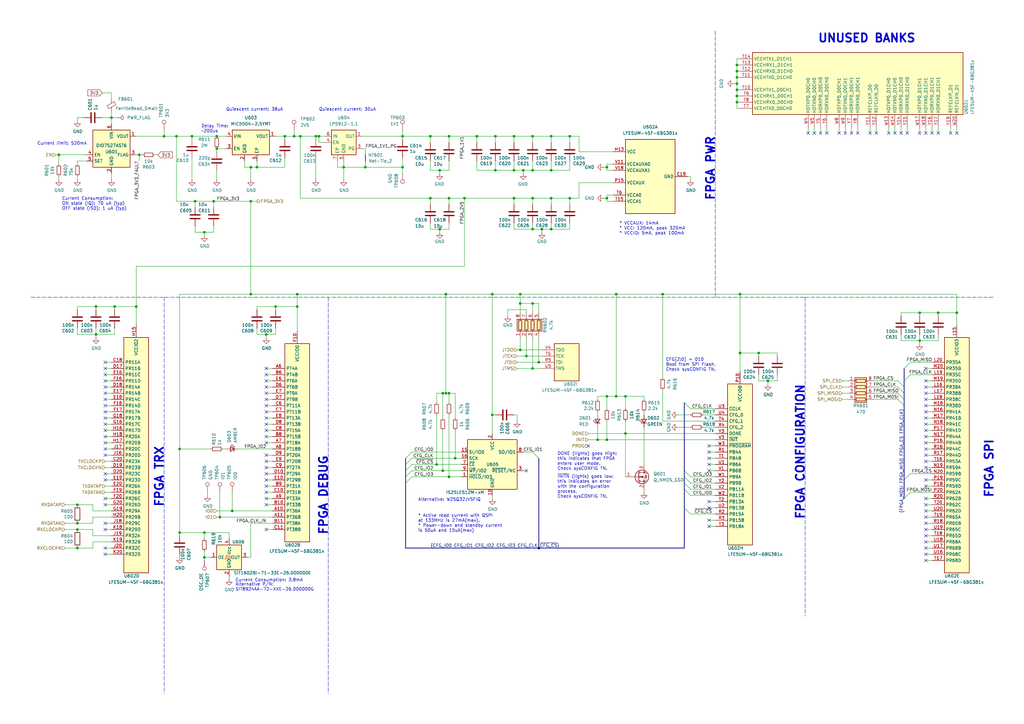
<source format=kicad_sch>
(kicad_sch (version 20211123) (generator eeschema)

  (uuid e6861313-0042-44a8-a0bd-deae1d0fda2f)

  (paper "A3")

  

  (junction (at 302.26 29.21) (diameter 0) (color 0 0 0 0)
    (uuid 015d8a49-10ae-4e19-9e70-b72c1af03708)
  )
  (junction (at 377.19 139.7) (diameter 0) (color 0 0 0 0)
    (uuid 035ad69b-101d-4a07-9109-768fd21ef62f)
  )
  (junction (at 73.66 184.15) (diameter 0) (color 0 0 0 0)
    (uuid 0586f657-4055-4eb1-a529-2c4ab9039d8f)
  )
  (junction (at 210.82 81.28) (diameter 0) (color 0 0 0 0)
    (uuid 082728c1-1596-4b3b-921d-365462ccd9eb)
  )
  (junction (at 39.37 137.16) (diameter 0) (color 0 0 0 0)
    (uuid 09ff8530-714c-45c9-8c7a-26c93d48c5d9)
  )
  (junction (at 181.61 193.04) (diameter 0) (color 0 0 0 0)
    (uuid 0a97c494-9fa6-4758-b55d-ab0c1c9ae24c)
  )
  (junction (at 121.92 125.73) (diameter 0) (color 0 0 0 0)
    (uuid 0b0331f0-ad6e-45d6-b767-0f62f575797e)
  )
  (junction (at 226.06 81.28) (diameter 0) (color 0 0 0 0)
    (uuid 0d2491a5-6181-48a7-add2-ce28cae84fdd)
  )
  (junction (at 80.01 82.55) (diameter 0) (color 0 0 0 0)
    (uuid 0d3955d2-ec45-42f2-ad29-f7661bc81e71)
  )
  (junction (at 31.75 207.01) (diameter 0) (color 0 0 0 0)
    (uuid 0d486e1b-ec2a-4c13-b68c-5a8bc7fbed29)
  )
  (junction (at 248.92 68.58) (diameter 0) (color 0 0 0 0)
    (uuid 0fb1f718-13ff-4f2b-a411-e6e1551bb245)
  )
  (junction (at 195.58 55.88) (diameter 0) (color 0 0 0 0)
    (uuid 16d6c404-82f2-4808-841a-452320964eab)
  )
  (junction (at 248.92 162.56) (diameter 0) (color 0 0 0 0)
    (uuid 175a04b6-29eb-4bba-9e0a-ea2dc8a0d5c6)
  )
  (junction (at 73.66 218.44) (diameter 0) (color 0 0 0 0)
    (uuid 1d43f9c0-164a-4178-ae8a-5a62af377c4d)
  )
  (junction (at 130.81 55.88) (diameter 0) (color 0 0 0 0)
    (uuid 23ec8f2d-7860-42de-a0a2-c0a0c96c3dee)
  )
  (junction (at 252.73 162.56) (diameter 0) (color 0 0 0 0)
    (uuid 241141d8-eefb-4ed3-afda-7ac5b7738674)
  )
  (junction (at 184.15 81.28) (diameter 0) (color 0 0 0 0)
    (uuid 263d1178-f828-4149-9c45-f71b03b12e85)
  )
  (junction (at 31.75 217.17) (diameter 0) (color 0 0 0 0)
    (uuid 29c84d61-59a9-4bce-97ae-96a4ad953873)
  )
  (junction (at 176.53 55.88) (diameter 0) (color 0 0 0 0)
    (uuid 2b9c2ab6-f8b7-4ffb-8d71-50b870056aca)
  )
  (junction (at 226.06 93.98) (diameter 0) (color 0 0 0 0)
    (uuid 2f43ebac-3493-4a24-99fd-1f738ecd834b)
  )
  (junction (at 302.26 41.91) (diameter 0) (color 0 0 0 0)
    (uuid 309af090-80d0-471a-a9f8-2699c79d3160)
  )
  (junction (at 201.93 170.18) (diameter 0) (color 0 0 0 0)
    (uuid 32044e18-85d1-4706-8be5-fb03a25cd02b)
  )
  (junction (at 215.9 146.05) (diameter 0) (color 0 0 0 0)
    (uuid 34eb0e40-eaf8-4d53-ba24-748a373328b7)
  )
  (junction (at 392.43 128.27) (diameter 0) (color 0 0 0 0)
    (uuid 350f2937-97c5-4530-9649-824c0ec67b0c)
  )
  (junction (at 165.1 68.58) (diameter 0) (color 0 0 0 0)
    (uuid 3772de85-8e0f-45b1-81ea-2104ddf4cec9)
  )
  (junction (at 83.82 218.44) (diameter 0) (color 0 0 0 0)
    (uuid 392d2075-8af3-405f-aa66-719b5a8b3345)
  )
  (junction (at 180.34 93.98) (diameter 0) (color 0 0 0 0)
    (uuid 3fd801ff-d97c-430b-9065-5c17c20e5123)
  )
  (junction (at 213.36 143.51) (diameter 0) (color 0 0 0 0)
    (uuid 4551baa1-1166-478a-8841-9715eaafe504)
  )
  (junction (at 176.53 81.28) (diameter 0) (color 0 0 0 0)
    (uuid 474d91f8-4912-4d08-a30b-bdf6e5840aef)
  )
  (junction (at 220.98 224.79) (diameter 0) (color 0 0 0 0)
    (uuid 4881581d-dd9d-4882-93df-984b5b3f8000)
  )
  (junction (at 218.44 93.98) (diameter 0) (color 0 0 0 0)
    (uuid 48f8fb2b-5c2d-41cb-91e3-34126275c64f)
  )
  (junction (at 88.9 55.88) (diameter 0) (color 0 0 0 0)
    (uuid 4b8dfce0-7e4d-495c-ab07-baef377d9e18)
  )
  (junction (at 83.82 228.6) (diameter 0) (color 0 0 0 0)
    (uuid 4d819a31-f9aa-4662-a958-7d3cc3434aa9)
  )
  (junction (at 57.15 63.5) (diameter 0) (color 0 0 0 0)
    (uuid 4e58b0b2-2fa8-4706-a4dc-33665ff5d822)
  )
  (junction (at 303.53 120.65) (diameter 0) (color 0 0 0 0)
    (uuid 5186aa9c-3f8e-4f4b-95f5-c7da1855902e)
  )
  (junction (at 46.99 125.73) (diameter 0) (color 0 0 0 0)
    (uuid 53809074-8db8-4e18-a150-120940309410)
  )
  (junction (at 102.87 82.55) (diameter 0) (color 0 0 0 0)
    (uuid 538903bc-0e34-43ea-ac93-d986d7208b3d)
  )
  (junction (at 377.19 128.27) (diameter 0) (color 0 0 0 0)
    (uuid 543f7343-5964-4d0e-a5b3-eb451edd1b7a)
  )
  (junction (at 218.44 55.88) (diameter 0) (color 0 0 0 0)
    (uuid 57b99b92-9f82-4581-9106-defea394ccc3)
  )
  (junction (at 302.26 36.83) (diameter 0) (color 0 0 0 0)
    (uuid 589b7dd2-0205-4f2e-a79a-3f0cda7ed6f3)
  )
  (junction (at 184.15 55.88) (diameter 0) (color 0 0 0 0)
    (uuid 58a24151-b93e-418c-aec8-57b59c26a930)
  )
  (junction (at 140.97 68.58) (diameter 0) (color 0 0 0 0)
    (uuid 5e8e6715-3faa-41f3-a217-5270d010e5cd)
  )
  (junction (at 72.39 55.88) (diameter 0) (color 0 0 0 0)
    (uuid 63a4ad8d-b947-4fd8-b054-801bf31f2643)
  )
  (junction (at 303.53 144.78) (diameter 0) (color 0 0 0 0)
    (uuid 667c348a-d139-4b04-acb5-5645964ed3b9)
  )
  (junction (at 123.19 55.88) (diameter 0) (color 0 0 0 0)
    (uuid 6b822e02-508e-48fc-ae6a-5b8535c98b54)
  )
  (junction (at 226.06 69.85) (diameter 0) (color 0 0 0 0)
    (uuid 7208c6bc-a988-44d4-9c9a-e3ab5fa80c38)
  )
  (junction (at 78.74 55.88) (diameter 0) (color 0 0 0 0)
    (uuid 77dd8ad7-adcb-4643-b9df-382975cd5213)
  )
  (junction (at 31.75 214.63) (diameter 0) (color 0 0 0 0)
    (uuid 7d551cc8-80c5-40d0-a988-3a7d0922c903)
  )
  (junction (at 233.68 55.88) (diameter 0) (color 0 0 0 0)
    (uuid 7e47ee72-eea1-4946-878a-45c4ab4f3e3c)
  )
  (junction (at 105.41 68.58) (diameter 0) (color 0 0 0 0)
    (uuid 7f219e85-8bbc-4683-9db4-ae3e439b4b5b)
  )
  (junction (at 55.88 125.73) (diameter 0) (color 0 0 0 0)
    (uuid 7f753df1-6b84-4154-a786-49888fedb803)
  )
  (junction (at 248.92 180.34) (diameter 0) (color 0 0 0 0)
    (uuid 811cd69f-4dd8-47a7-a303-0ca36cee248f)
  )
  (junction (at 384.81 128.27) (diameter 0) (color 0 0 0 0)
    (uuid 81eda675-3429-4f2a-91bf-06dac2ffb0f0)
  )
  (junction (at 109.22 137.16) (diameter 0) (color 0 0 0 0)
    (uuid 82494344-2f2c-4de0-a7fd-72a6a0647225)
  )
  (junction (at 102.87 68.58) (diameter 0) (color 0 0 0 0)
    (uuid 82c61167-643f-4fa4-9de3-f6f706bb8ba4)
  )
  (junction (at 213.36 120.65) (diameter 0) (color 0 0 0 0)
    (uuid 8629f088-ad32-41b1-b2c0-e166d87217e4)
  )
  (junction (at 218.44 69.85) (diameter 0) (color 0 0 0 0)
    (uuid 87626367-2304-4ed0-b451-61be4738fb77)
  )
  (junction (at 149.86 68.58) (diameter 0) (color 0 0 0 0)
    (uuid 89216b3d-8741-4e99-8d95-8cd4e06825c1)
  )
  (junction (at 271.78 120.65) (diameter 0) (color 0 0 0 0)
    (uuid 8ab6a98d-3da8-4eae-b246-010cfaacbb09)
  )
  (junction (at 218.44 151.13) (diameter 0) (color 0 0 0 0)
    (uuid 8b1d625a-6335-4175-92b9-ed53b403b6d8)
  )
  (junction (at 314.96 156.21) (diameter 0) (color 0 0 0 0)
    (uuid 8c315a62-8d5b-41dc-9589-396ebc61c194)
  )
  (junction (at 203.2 69.85) (diameter 0) (color 0 0 0 0)
    (uuid 8ef5e007-66b6-4278-ac01-83339d8e5995)
  )
  (junction (at 39.37 125.73) (diameter 0) (color 0 0 0 0)
    (uuid 900f2a37-e72f-479b-816d-6716ba4b9f27)
  )
  (junction (at 203.2 55.88) (diameter 0) (color 0 0 0 0)
    (uuid 9c594d4c-0b81-492b-ad28-bc108def6dfa)
  )
  (junction (at 31.75 224.79) (diameter 0) (color 0 0 0 0)
    (uuid 9d835ca6-eab2-430e-8507-201b163d4a71)
  )
  (junction (at 120.65 55.88) (diameter 0) (color 0 0 0 0)
    (uuid 9d88d158-53ba-46e7-84f9-976c973aa56e)
  )
  (junction (at 311.15 144.78) (diameter 0) (color 0 0 0 0)
    (uuid 9e618698-f1bc-4f78-9b97-92aace28e15f)
  )
  (junction (at 181.61 161.29) (diameter 0) (color 0 0 0 0)
    (uuid a29e6dc1-ebbf-4ba0-bfe5-fd511b5382dd)
  )
  (junction (at 90.17 212.09) (diameter 0) (color 0 0 0 0)
    (uuid a844a060-e560-4c5a-af7b-0b1046e597fb)
  )
  (junction (at 179.07 190.5) (diameter 0) (color 0 0 0 0)
    (uuid a8a40f41-66c9-46f2-8cd4-d1c19a83ed77)
  )
  (junction (at 67.31 55.88) (diameter 0) (color 0 0 0 0)
    (uuid a91fa13e-bea9-4e69-9a5f-f6d4aa719767)
  )
  (junction (at 256.54 177.8) (diameter 0) (color 0 0 0 0)
    (uuid aa77a0ad-aac3-4734-9015-ed94cd1af9fe)
  )
  (junction (at 83.82 95.25) (diameter 0) (color 0 0 0 0)
    (uuid abc16d80-4a9d-483f-bc3e-0b9dca49f826)
  )
  (junction (at 248.92 81.28) (diameter 0) (color 0 0 0 0)
    (uuid ae3fa487-99c2-406a-893b-2345b2079711)
  )
  (junction (at 88.9 60.96) (diameter 0) (color 0 0 0 0)
    (uuid af48b7b7-8348-49da-b631-3353a38c7478)
  )
  (junction (at 184.15 161.29) (diameter 0) (color 0 0 0 0)
    (uuid b170a524-bd9f-45a8-a425-96546dbcb34a)
  )
  (junction (at 184.15 195.58) (diameter 0) (color 0 0 0 0)
    (uuid ba0946b6-4288-4422-b81a-9ca506e3a96e)
  )
  (junction (at 182.88 161.29) (diameter 0) (color 0 0 0 0)
    (uuid bd0e2d50-448a-445a-8b24-a9e7fe81d74e)
  )
  (junction (at 218.44 124.46) (diameter 0) (color 0 0 0 0)
    (uuid be120f8e-c627-43c0-95ac-698b044bf654)
  )
  (junction (at 252.73 120.65) (diameter 0) (color 0 0 0 0)
    (uuid bed2f8e2-b64f-4424-97ef-13e997f59ce2)
  )
  (junction (at 233.68 81.28) (diameter 0) (color 0 0 0 0)
    (uuid c19e6f1b-73ce-443b-81a6-0b8fb8bce685)
  )
  (junction (at 302.26 31.75) (diameter 0) (color 0 0 0 0)
    (uuid c2f168e7-1d61-4706-946e-287606204505)
  )
  (junction (at 186.69 187.96) (diameter 0) (color 0 0 0 0)
    (uuid c3e0acc9-548b-46f7-aa45-012024456523)
  )
  (junction (at 210.82 55.88) (diameter 0) (color 0 0 0 0)
    (uuid c4a5d0cb-a843-4b71-a857-3ce5db99dcc7)
  )
  (junction (at 222.25 93.98) (diameter 0) (color 0 0 0 0)
    (uuid c9f6c641-2ff3-4d75-a806-2f5278082e8f)
  )
  (junction (at 256.54 162.56) (diameter 0) (color 0 0 0 0)
    (uuid caf935bd-1e71-41ca-84e2-5c51f56be8a2)
  )
  (junction (at 45.72 48.26) (diameter 0) (color 0 0 0 0)
    (uuid cb365aa4-48fc-4ba2-bfcf-9c6f87c95039)
  )
  (junction (at 165.1 55.88) (diameter 0) (color 0 0 0 0)
    (uuid cc0d15d6-5505-4639-8721-76167e8ddc8d)
  )
  (junction (at 245.11 180.34) (diameter 0) (color 0 0 0 0)
    (uuid cd7a2132-bd59-4811-9e89-d10c1bfed2df)
  )
  (junction (at 116.84 55.88) (diameter 0) (color 0 0 0 0)
    (uuid d0134b57-dfae-49d9-a32f-12a6e3a6bbba)
  )
  (junction (at 180.34 69.85) (diameter 0) (color 0 0 0 0)
    (uuid d085d73e-e22b-424b-930b-d712f9d45991)
  )
  (junction (at 87.63 82.55) (diameter 0) (color 0 0 0 0)
    (uuid d122dbff-d219-4548-af83-e3842a6745fa)
  )
  (junction (at 182.88 120.65) (diameter 0) (color 0 0 0 0)
    (uuid d493caec-b057-4cb1-8918-737ea5e1b51e)
  )
  (junction (at 210.82 69.85) (diameter 0) (color 0 0 0 0)
    (uuid d545967e-8eb9-42d3-8c93-4f8e99d2b86c)
  )
  (junction (at 129.54 55.88) (diameter 0) (color 0 0 0 0)
    (uuid d8289ceb-0cbc-4407-b6da-63c6ce14a596)
  )
  (junction (at 226.06 55.88) (diameter 0) (color 0 0 0 0)
    (uuid e143187b-4489-4598-8974-9bf7c3b9056f)
  )
  (junction (at 24.13 63.5) (diameter 0) (color 0 0 0 0)
    (uuid ec45c837-529c-45d3-94cb-18f8f6c213b7)
  )
  (junction (at 213.36 124.46) (diameter 0) (color 0 0 0 0)
    (uuid ee207984-aadd-4421-90ce-61c0016efa78)
  )
  (junction (at 214.63 69.85) (diameter 0) (color 0 0 0 0)
    (uuid f3f00ca7-0980-4aad-88ea-ad6a37d99bd5)
  )
  (junction (at 95.25 209.55) (diameter 0) (color 0 0 0 0)
    (uuid f5d947e0-1a40-4be1-b537-55484539f42b)
  )
  (junction (at 201.93 120.65) (diameter 0) (color 0 0 0 0)
    (uuid f6140a48-676c-466c-892d-90e0c1252456)
  )
  (junction (at 113.03 125.73) (diameter 0) (color 0 0 0 0)
    (uuid f6e24a42-e21b-4472-a53f-0c68bf5b725c)
  )
  (junction (at 302.26 26.67) (diameter 0) (color 0 0 0 0)
    (uuid f7ca5290-a5d5-484d-9c2f-2d74b074fc9d)
  )
  (junction (at 190.5 81.28) (diameter 0) (color 0 0 0 0)
    (uuid f8e9b383-da90-47b7-8581-25ba2f8cb27e)
  )
  (junction (at 302.26 34.29) (diameter 0) (color 0 0 0 0)
    (uuid f9cebe2c-53f4-44bc-9972-631a005389db)
  )
  (junction (at 102.87 120.65) (diameter 0) (color 0 0 0 0)
    (uuid fb0e24bd-ac78-44cb-8b32-8ae8bfe081cb)
  )
  (junction (at 220.98 148.59) (diameter 0) (color 0 0 0 0)
    (uuid fb6e9559-b228-4825-8017-15ffa01195bc)
  )
  (junction (at 302.26 39.37) (diameter 0) (color 0 0 0 0)
    (uuid fc183d27-6103-4185-b267-2883ea678f58)
  )
  (junction (at 121.92 120.65) (diameter 0) (color 0 0 0 0)
    (uuid fcce69bc-33c3-4996-ba5b-c1eda94e7634)
  )
  (junction (at 218.44 81.28) (diameter 0) (color 0 0 0 0)
    (uuid fdf9f1e0-ce8a-4ecb-9472-5adf8bfe8e67)
  )

  (no_connect (at 43.18 151.13) (uuid 0087fb22-ba0c-4acc-b8bc-9fdd9623d4bf))
  (no_connect (at 43.18 204.47) (uuid 092bc9ec-e3c7-4eae-b7f7-77b94e386478))
  (no_connect (at 356.87 54.61) (uuid 0c98e987-c025-4634-a5df-d3d1ab517326))
  (no_connect (at 43.18 184.15) (uuid 0d616157-6bdf-45aa-bced-1021f97957e2))
  (no_connect (at 43.18 176.53) (uuid 0d616157-6bdf-45aa-bced-1021f97957e3))
  (no_connect (at 43.18 179.07) (uuid 0d616157-6bdf-45aa-bced-1021f97957e4))
  (no_connect (at 43.18 181.61) (uuid 0d616157-6bdf-45aa-bced-1021f97957e5))
  (no_connect (at 215.9 193.04) (uuid 0d97e9cd-c31a-4ad5-a968-c012e35fc182))
  (no_connect (at 109.22 156.21) (uuid 12bb232f-8d44-416d-9f9a-c3817e1f9a82))
  (no_connect (at 339.09 54.61) (uuid 16858b84-962e-4c0c-9029-c64eef86a02c))
  (no_connect (at 109.22 207.01) (uuid 17062b70-c549-4bcd-b5f3-6b5f30bea7aa))
  (no_connect (at 109.22 166.37) (uuid 1856bedc-4340-4752-b096-e6d8f5bcf31b))
  (no_connect (at 109.22 153.67) (uuid 1b346ad8-49c1-4d9a-9e92-c03d189ee1dd))
  (no_connect (at 43.18 214.63) (uuid 20d1812c-cd35-4c64-908b-bbd37c456360))
  (no_connect (at 109.22 161.29) (uuid 20d359e1-1836-4cbc-af2f-3630566df0d0))
  (no_connect (at 372.11 54.61) (uuid 25814e56-9bc7-4124-9394-9ee29271646d))
  (no_connect (at 43.18 217.17) (uuid 27d1c3c8-1813-43b9-877b-d67d9b61a694))
  (no_connect (at 359.41 54.61) (uuid 28f20c3f-016b-4f4b-88bc-c446babd0389))
  (no_connect (at 349.25 54.61) (uuid 2e5814b0-7418-4d8b-9225-5761e57effce))
  (no_connect (at 109.22 179.07) (uuid 2f4cdc79-030c-4165-a024-a7947d41e2fa))
  (no_connect (at 109.22 186.69) (uuid 39110e7c-525d-47be-9ab5-6a9c05261880))
  (no_connect (at 43.18 224.79) (uuid 39507dbc-d91c-4e92-a89e-2259b7223eca))
  (no_connect (at 379.73 151.13) (uuid 3d444eaa-2910-41fd-82a5-3c7378a235eb))
  (no_connect (at 43.18 158.75) (uuid 3edb3167-e45b-49a4-a46e-0c3b66c8794c))
  (no_connect (at 290.83 208.28) (uuid 44d1208f-3dab-4b1f-a881-04d6516bd03a))
  (no_connect (at 109.22 204.47) (uuid 455a9825-82bc-46b0-baf3-83bd68bc3f1a))
  (no_connect (at 43.18 168.91) (uuid 469a0a3e-9e33-4569-a802-6a64c4500215))
  (no_connect (at 379.73 196.85) (uuid 46a55358-869e-448a-9422-f86b68b54aab))
  (no_connect (at 379.73 212.09) (uuid 4a62429e-02c3-4ecf-bc90-f1d28c069c07))
  (no_connect (at 379.73 229.87) (uuid 4f494835-fc7e-4e89-a5b4-d48a8e11a5fd))
  (no_connect (at 109.22 191.77) (uuid 532043c0-7b92-4671-9c04-5a267bef43fd))
  (no_connect (at 379.73 54.61) (uuid 56fc22f7-a334-4b7b-b893-802d803a388f))
  (no_connect (at 379.73 176.53) (uuid 5b2c0840-bba1-4448-9d77-41960066645a))
  (no_connect (at 346.71 54.61) (uuid 5bd02ad9-616e-438d-8947-657b03c8fdf8))
  (no_connect (at 241.3 182.88) (uuid 5cef7952-c5d9-4b64-8654-67db4abb18c3))
  (no_connect (at 109.22 199.39) (uuid 5d18cfa1-cd09-446a-be68-ac5734008cfe))
  (no_connect (at 290.83 185.42) (uuid 5f980097-c3af-4712-b759-d76150575b23))
  (no_connect (at 109.22 189.23) (uuid 61a081bd-8501-47d3-bd39-7d1a0c21cff0))
  (no_connect (at 379.73 171.45) (uuid 65074c18-deab-4aca-88a4-72ce1634165f))
  (no_connect (at 364.49 54.61) (uuid 650df6eb-3cb5-452a-8dff-7e9860a6c5b1))
  (no_connect (at 43.18 156.21) (uuid 65ec770c-f207-4c98-84df-4fface0e5735))
  (no_connect (at 334.01 54.61) (uuid 660f8cb0-4756-4d03-a17a-91deb7529503))
  (no_connect (at 379.73 217.17) (uuid 663bbef1-fd08-4c8a-a945-7054cdc2f2c9))
  (no_connect (at 379.73 184.15) (uuid 66ede1ef-7c1c-4ff2-82ca-7cf73655f228))
  (no_connect (at 379.73 158.75) (uuid 74a55201-e234-43d3-8a5a-339255480e2f))
  (no_connect (at 290.83 182.88) (uuid 74de4f60-8e78-40c1-a3fb-3b6879fff038))
  (no_connect (at 43.18 227.33) (uuid 7a9ccfdf-f203-42e3-a246-c7952ed42301))
  (no_connect (at 109.22 194.31) (uuid 7c2c06b3-79e4-4293-931d-2fa96c3a5eb8))
  (no_connect (at 392.43 54.61) (uuid 7e4f8b88-6c4b-4ba5-bc05-ae0251584d83))
  (no_connect (at 379.73 168.91) (uuid 8094617f-b5b0-409e-aa0c-941eeca59e40))
  (no_connect (at 43.18 163.83) (uuid 8511434d-1111-416b-b59e-7f7fab3537d6))
  (no_connect (at 43.18 161.29) (uuid 878ae374-4f73-4474-bde8-ea148af29188))
  (no_connect (at 384.81 54.61) (uuid 879cafa2-6b51-4ef1-aceb-a656f504a7db))
  (no_connect (at 379.73 186.69) (uuid 8a7d86a7-dba0-4a8f-96f6-d016c3c4232e))
  (no_connect (at 290.83 205.74) (uuid 8fd6b421-fd42-4b9c-9ec5-7fe6ad287c38))
  (no_connect (at 382.27 54.61) (uuid 935be522-7bfc-4865-ac3c-5ec78d38615f))
  (no_connect (at 43.18 171.45) (uuid 952ad99e-d3ed-4ada-99ce-e2c704402aab))
  (no_connect (at 367.03 54.61) (uuid 9675bcba-4001-4c4f-af07-32a85229f5c2))
  (no_connect (at 379.73 214.63) (uuid 98cf457e-3f0c-4c64-8586-1a923812d044))
  (no_connect (at 379.73 207.01) (uuid 9ad7ef5f-b3cc-4cac-a233-227d5724471d))
  (no_connect (at 109.22 173.99) (uuid 9eb7170b-3da1-457a-910a-997869bded1a))
  (no_connect (at 43.18 148.59) (uuid 9ec70d98-75ce-4ab7-9e1f-60ef736cb193))
  (no_connect (at 379.73 156.21) (uuid 9fcde7a3-81fe-42a1-8d2d-31bba7370bf3))
  (no_connect (at 109.22 171.45) (uuid a00238f5-72d6-40e7-b73e-3ffd08ceee7e))
  (no_connect (at 109.22 196.85) (uuid a0a81c39-62ab-483b-92e8-438842cf19fc))
  (no_connect (at 336.55 54.61) (uuid a1ea9e06-ed8a-4942-82a7-221567c6c412))
  (no_connect (at 377.19 54.61) (uuid a4413f7c-ef15-4c3e-8922-4bd0bfe13b42))
  (no_connect (at 109.22 181.61) (uuid a4c425eb-bed1-45ee-b82e-843c4bdddef4))
  (no_connect (at 109.22 151.13) (uuid a4c425eb-bed1-45ee-b82e-843c4bdddef5))
  (no_connect (at 379.73 163.83) (uuid a59a5b67-5d6d-445f-b030-665df087f717))
  (no_connect (at 43.18 166.37) (uuid a5f92b36-b8f4-4a10-90da-5695567ef3ec))
  (no_connect (at 379.73 219.71) (uuid a8d64fcc-84cb-4645-a06d-f5d6c0614188))
  (no_connect (at 379.73 224.79) (uuid ac2f3eb5-9193-4a6c-bab6-d1de91fe5122))
  (no_connect (at 109.22 158.75) (uuid b1011abf-258e-4cab-a44d-332b4651c3f5))
  (no_connect (at 379.73 191.77) (uuid b386f7b1-7713-411b-947f-189405a3093e))
  (no_connect (at 389.89 54.61) (uuid bd77d4da-2421-46eb-9c83-3023827bf9fd))
  (no_connect (at 290.83 190.5) (uuid be7de968-33ef-4f91-8b12-f0d3a2050b4c))
  (no_connect (at 379.73 166.37) (uuid c09de27f-2e2f-46f1-8191-7276776e19c7))
  (no_connect (at 379.73 199.39) (uuid c15b4b76-532a-4591-a2d0-e41ee73af402))
  (no_connect (at 379.73 161.29) (uuid c2995412-0125-46b5-84e5-f87417db8fb5))
  (no_connect (at 109.22 168.91) (uuid c5674969-13d8-40d2-99ca-df9adcd5445d))
  (no_connect (at 109.22 201.93) (uuid c6c4013d-3700-4ed7-9261-acfb9c8eeaa7))
  (no_connect (at 379.73 204.47) (uuid ca537b4c-1b97-49ee-ac71-ec3ea5a88d0c))
  (no_connect (at 351.79 54.61) (uuid cc3d9289-a007-4614-9162-46212988df32))
  (no_connect (at 109.22 163.83) (uuid cdd6a1ea-c980-432f-ae87-d2e371cec527))
  (no_connect (at 344.17 54.61) (uuid cf536c01-1fe3-48e2-9066-91e69081eba0))
  (no_connect (at 43.18 196.85) (uuid d2a1dfde-6514-44a0-868d-aeae5393d2b9))
  (no_connect (at 290.83 213.36) (uuid d5984c9f-d7d6-4880-9ccf-8cd0f0739db2))
  (no_connect (at 43.18 173.99) (uuid d6e25b57-4f73-4a9e-96e1-2afe3109a444))
  (no_connect (at 379.73 173.99) (uuid db7f66fa-4eeb-4477-9368-10ee1e745e49))
  (no_connect (at 290.83 187.96) (uuid dc7a756e-09f4-4e54-84a6-91b102dbd2de))
  (no_connect (at 290.83 193.04) (uuid e08881a7-ea9c-46a7-bd76-7c0809750c00))
  (no_connect (at 369.57 54.61) (uuid e10e3766-2759-42b0-b3de-138cc1d6adc1))
  (no_connect (at 43.18 153.67) (uuid e3394ed9-1c21-4e5c-bcea-5e971d8a7cf7))
  (no_connect (at 331.47 54.61) (uuid e450052a-bfe2-4805-9f49-d5cbba0a81b5))
  (no_connect (at 379.73 179.07) (uuid ebce05d2-d89b-420c-b351-2bdc186b5cc8))
  (no_connect (at 290.83 215.9) (uuid ede8c8b8-df9b-4773-bea5-99eda1e39312))
  (no_connect (at 109.22 217.17) (uuid f3e9a2b1-bb51-4ad1-8079-e7d788831e63))
  (no_connect (at 43.18 194.31) (uuid f5ab30bd-8933-4d63-90be-5a945f7dcc81))
  (no_connect (at 43.18 207.01) (uuid f62364e9-06e8-4878-a9f6-c9fb562d98a1))
  (no_connect (at 379.73 222.25) (uuid f6abe4b5-a725-425c-bde0-f172f1b01087))
  (no_connect (at 43.18 186.69) (uuid f76de2de-56c9-4236-84f0-f5b7fc28e87a))
  (no_connect (at 379.73 189.23) (uuid f7b46ddd-60e6-4ceb-b8cd-b319edc41f8b))
  (no_connect (at 379.73 181.61) (uuid f863b979-0ed1-4bed-b8dc-87f193e58019))
  (no_connect (at 379.73 227.33) (uuid fc6d13b8-4885-45b8-9095-429151115516))
  (no_connect (at 109.22 176.53) (uuid fdcc1581-186c-4c19-b4e5-135f15587d55))
  (no_connect (at 379.73 209.55) (uuid fed14461-b754-4d56-b372-78112a52b7d2))

  (bus_entry (at 280.67 198.12) (size 2.54 2.54)
    (stroke (width 0) (type default) (color 0 0 0 0))
    (uuid 1298f126-2352-48f2-825f-de17742fc4db)
  )
  (bus_entry (at 166.37 198.12) (size 2.54 -2.54)
    (stroke (width 0) (type default) (color 0 0 0 0))
    (uuid 23b51995-fe23-4d97-a066-5f4147818f87)
  )
  (bus_entry (at 368.3 161.29) (size 2.54 2.54)
    (stroke (width 0) (type default) (color 0 0 0 0))
    (uuid 23d29486-fd80-4571-af10-ad6f9266d827)
  )
  (bus_entry (at 373.38 201.93) (size -2.54 2.54)
    (stroke (width 0) (type default) (color 0 0 0 0))
    (uuid 2f931a28-e0b2-4a89-85b0-3d360525bf32)
  )
  (bus_entry (at 218.44 185.42) (size 2.54 2.54)
    (stroke (width 0) (type default) (color 0 0 0 0))
    (uuid 665861bb-3c85-43bc-9dc7-9c72219f317e)
  )
  (bus_entry (at 280.67 200.66) (size 2.54 2.54)
    (stroke (width 0) (type default) (color 0 0 0 0))
    (uuid 75a9480d-8ac3-41df-9f4f-5d9ed7a1782e)
  )
  (bus_entry (at 166.37 195.58) (size 2.54 -2.54)
    (stroke (width 0) (type default) (color 0 0 0 0))
    (uuid 785dddf9-3cf0-4e85-8632-1a314bbc34b2)
  )
  (bus_entry (at 373.38 194.31) (size -2.54 2.54)
    (stroke (width 0) (type default) (color 0 0 0 0))
    (uuid 7bcf5f23-8816-4e86-a543-bdcbf1309591)
  )
  (bus_entry (at 368.3 156.21) (size 2.54 2.54)
    (stroke (width 0) (type default) (color 0 0 0 0))
    (uuid 84614438-927c-41d5-954b-3899dc3d12a3)
  )
  (bus_entry (at 280.67 193.04) (size 2.54 2.54)
    (stroke (width 0) (type default) (color 0 0 0 0))
    (uuid 8ce16e23-12f4-46be-951f-c046f1bd3479)
  )
  (bus_entry (at 373.38 153.67) (size -2.54 2.54)
    (stroke (width 0) (type default) (color 0 0 0 0))
    (uuid a6a4ab88-9453-4ebb-8420-d9e16061878f)
  )
  (bus_entry (at 280.67 195.58) (size 2.54 2.54)
    (stroke (width 0) (type default) (color 0 0 0 0))
    (uuid ae509cef-b2d4-4701-bd39-f4d022ead86d)
  )
  (bus_entry (at 368.3 158.75) (size 2.54 2.54)
    (stroke (width 0) (type default) (color 0 0 0 0))
    (uuid c89e46f3-05f3-468c-ae89-cb705f2b3d05)
  )
  (bus_entry (at 166.37 190.5) (size 2.54 -2.54)
    (stroke (width 0) (type default) (color 0 0 0 0))
    (uuid cc888799-c0b4-4c79-87f8-a4a62f5d81d0)
  )
  (bus_entry (at 166.37 193.04) (size 2.54 -2.54)
    (stroke (width 0) (type default) (color 0 0 0 0))
    (uuid cc888799-c0b4-4c79-87f8-a4a62f5d81d1)
  )
  (bus_entry (at 168.91 185.42) (size -2.54 2.54)
    (stroke (width 0) (type default) (color 0 0 0 0))
    (uuid cc888799-c0b4-4c79-87f8-a4a62f5d81d2)
  )
  (bus_entry (at 280.67 208.28) (size 2.54 2.54)
    (stroke (width 0) (type default) (color 0 0 0 0))
    (uuid dbd2f208-6165-4a10-afab-a9eb941486a4)
  )
  (bus_entry (at 373.38 148.59) (size -2.54 2.54)
    (stroke (width 0) (type default) (color 0 0 0 0))
    (uuid e1533dd6-e3a9-4ad6-81a1-514609157553)
  )
  (bus_entry (at 368.3 163.83) (size 2.54 2.54)
    (stroke (width 0) (type default) (color 0 0 0 0))
    (uuid f49ea77d-fd20-4b50-b316-135c41acdc2d)
  )
  (bus_entry (at 280.67 165.1) (size 2.54 2.54)
    (stroke (width 0) (type default) (color 0 0 0 0))
    (uuid fe7571cb-0e18-4010-9006-7209546aee72)
  )

  (wire (pts (xy 100.33 68.58) (xy 102.87 68.58))
    (stroke (width 0) (type default) (color 0 0 0 0))
    (uuid 000a7a28-d287-471c-aa9b-2f3ff3fe4f62)
  )
  (wire (pts (xy 201.93 170.18) (xy 203.2 170.18))
    (stroke (width 0) (type default) (color 0 0 0 0))
    (uuid 007a2dd6-2206-470e-8f15-efafeccccf3a)
  )
  (wire (pts (xy 303.53 44.45) (xy 302.26 44.45))
    (stroke (width 0) (type default) (color 0 0 0 0))
    (uuid 011126bb-ae88-4d25-a1da-ede22aa5529c)
  )
  (wire (pts (xy 91.44 184.15) (xy 92.71 184.15))
    (stroke (width 0) (type default) (color 0 0 0 0))
    (uuid 011e887c-a2ab-4719-8a24-67515a6f5db9)
  )
  (wire (pts (xy 203.2 69.85) (xy 210.82 69.85))
    (stroke (width 0) (type default) (color 0 0 0 0))
    (uuid 027be7fd-b456-4bdc-8405-7bd7824b9d3c)
  )
  (wire (pts (xy 26.67 217.17) (xy 31.75 217.17))
    (stroke (width 0) (type default) (color 0 0 0 0))
    (uuid 03637e18-e11c-4b9f-90f4-25e02d3e8f6b)
  )
  (wire (pts (xy 271.78 120.65) (xy 303.53 120.65))
    (stroke (width 0) (type default) (color 0 0 0 0))
    (uuid 04033699-6db0-441b-8bf7-eec0c4b3b674)
  )
  (wire (pts (xy 233.68 93.98) (xy 233.68 91.44))
    (stroke (width 0) (type default) (color 0 0 0 0))
    (uuid 0408e91b-4ff1-40da-a555-48aeb55678a3)
  )
  (wire (pts (xy 379.73 214.63) (xy 382.27 214.63))
    (stroke (width 0) (type default) (color 0 0 0 0))
    (uuid 0422b8be-b7e9-4092-bbe7-f2c8abaef015)
  )
  (wire (pts (xy 247.65 81.28) (xy 248.92 81.28))
    (stroke (width 0) (type default) (color 0 0 0 0))
    (uuid 04819c47-78fd-4566-9d0c-a7917acb0fc6)
  )
  (wire (pts (xy 88.9 73.66) (xy 88.9 69.85))
    (stroke (width 0) (type default) (color 0 0 0 0))
    (uuid 04b331e5-d37d-416b-87e9-9832e62ba70f)
  )
  (wire (pts (xy 379.73 199.39) (xy 382.27 199.39))
    (stroke (width 0) (type default) (color 0 0 0 0))
    (uuid 04b9a540-7d4d-4ad2-863b-3a5d6df98179)
  )
  (wire (pts (xy 67.31 55.88) (xy 72.39 55.88))
    (stroke (width 0) (type default) (color 0 0 0 0))
    (uuid 04c4fb41-70df-48bb-b70e-ec602eaa908c)
  )
  (wire (pts (xy 283.21 195.58) (xy 293.37 195.58))
    (stroke (width 0) (type default) (color 0 0 0 0))
    (uuid 04e1fb0d-fb90-4b59-8c10-a2e6b65a5e0f)
  )
  (wire (pts (xy 88.9 60.96) (xy 92.71 60.96))
    (stroke (width 0) (type default) (color 0 0 0 0))
    (uuid 0527e7fb-d830-428e-8edd-12be002c6816)
  )
  (wire (pts (xy 379.73 151.13) (xy 382.27 151.13))
    (stroke (width 0) (type default) (color 0 0 0 0))
    (uuid 05776c4a-5b31-4c40-afad-88d6cb5cde6d)
  )
  (wire (pts (xy 302.26 39.37) (xy 303.53 39.37))
    (stroke (width 0) (type default) (color 0 0 0 0))
    (uuid 067735cf-7010-4a70-b732-351b164a2169)
  )
  (wire (pts (xy 195.58 55.88) (xy 203.2 55.88))
    (stroke (width 0) (type default) (color 0 0 0 0))
    (uuid 070218f1-c0b9-47d3-8494-9f5ba601f8f1)
  )
  (wire (pts (xy 248.92 80.01) (xy 251.46 80.01))
    (stroke (width 0) (type default) (color 0 0 0 0))
    (uuid 076e2297-1cf9-4d98-99e1-3678c817b474)
  )
  (wire (pts (xy 102.87 214.63) (xy 102.87 228.6))
    (stroke (width 0) (type default) (color 0 0 0 0))
    (uuid 076e4957-2495-4b08-898d-97eae3bf3822)
  )
  (wire (pts (xy 73.66 120.65) (xy 73.66 184.15))
    (stroke (width 0) (type default) (color 0 0 0 0))
    (uuid 08a4df9e-21eb-4281-8712-e128e191f2dc)
  )
  (wire (pts (xy 210.82 91.44) (xy 210.82 93.98))
    (stroke (width 0) (type default) (color 0 0 0 0))
    (uuid 08e3b1d0-8d2b-47e7-8df6-32d62de82992)
  )
  (wire (pts (xy 109.22 181.61) (xy 111.76 181.61))
    (stroke (width 0) (type default) (color 0 0 0 0))
    (uuid 09033c23-8490-4e5c-b958-1ecb82045303)
  )
  (wire (pts (xy 303.53 120.65) (xy 392.43 120.65))
    (stroke (width 0) (type default) (color 0 0 0 0))
    (uuid 0914d190-1573-471d-ab25-0ea5e2a38869)
  )
  (wire (pts (xy 26.67 207.01) (xy 31.75 207.01))
    (stroke (width 0) (type default) (color 0 0 0 0))
    (uuid 0923fc8c-f40c-4491-87fe-a32c6de91bcd)
  )
  (wire (pts (xy 102.87 68.58) (xy 102.87 73.66))
    (stroke (width 0) (type default) (color 0 0 0 0))
    (uuid 0964d174-52d1-4fe3-a375-df81f4eecf32)
  )
  (wire (pts (xy 264.16 162.56) (xy 256.54 162.56))
    (stroke (width 0) (type default) (color 0 0 0 0))
    (uuid 098da118-9076-4855-b433-1fb81c3b9831)
  )
  (wire (pts (xy 237.49 74.93) (xy 237.49 81.28))
    (stroke (width 0) (type default) (color 0 0 0 0))
    (uuid 0a090dea-d9bb-4ecb-8369-5450bdeedb0a)
  )
  (wire (pts (xy 288.29 170.18) (xy 293.37 170.18))
    (stroke (width 0) (type default) (color 0 0 0 0))
    (uuid 0a0efa78-3dbd-44e2-9cac-bbbc1514cb4a)
  )
  (wire (pts (xy 212.09 170.18) (xy 212.09 172.72))
    (stroke (width 0) (type default) (color 0 0 0 0))
    (uuid 0a428af4-d960-4f7c-a083-504057c1e819)
  )
  (wire (pts (xy 140.97 68.58) (xy 140.97 73.66))
    (stroke (width 0) (type default) (color 0 0 0 0))
    (uuid 0ab7c964-aa65-4f98-99d4-7065a22564c5)
  )
  (wire (pts (xy 237.49 74.93) (xy 251.46 74.93))
    (stroke (width 0) (type default) (color 0 0 0 0))
    (uuid 0ae36132-572d-4eee-b277-0e8a48bcf201)
  )
  (wire (pts (xy 93.98 236.22) (xy 93.98 237.49))
    (stroke (width 0) (type default) (color 0 0 0 0))
    (uuid 0dfd3030-be04-4d31-ab7a-5e9d80308efc)
  )
  (wire (pts (xy 203.2 69.85) (xy 203.2 66.04))
    (stroke (width 0) (type default) (color 0 0 0 0))
    (uuid 0f7f6628-a60e-41ca-974f-c8f19e1f7cee)
  )
  (wire (pts (xy 290.83 213.36) (xy 293.37 213.36))
    (stroke (width 0) (type default) (color 0 0 0 0))
    (uuid 10b73343-3a3a-4377-b401-04c4334fea4e)
  )
  (wire (pts (xy 105.41 66.04) (xy 105.41 68.58))
    (stroke (width 0) (type default) (color 0 0 0 0))
    (uuid 113bb107-b581-4359-b68c-6e9f399b0c9c)
  )
  (wire (pts (xy 83.82 218.44) (xy 83.82 220.98))
    (stroke (width 0) (type default) (color 0 0 0 0))
    (uuid 116f0b71-d5d7-4690-a677-68fa8ebbc7ce)
  )
  (wire (pts (xy 43.18 224.79) (xy 45.72 224.79))
    (stroke (width 0) (type default) (color 0 0 0 0))
    (uuid 12236ce1-b1d9-4ab2-93b0-cfa25b714ba6)
  )
  (wire (pts (xy 148.59 55.88) (xy 165.1 55.88))
    (stroke (width 0) (type default) (color 0 0 0 0))
    (uuid 12631fd5-c468-49ea-999c-20bf1673d5f7)
  )
  (wire (pts (xy 72.39 82.55) (xy 80.01 82.55))
    (stroke (width 0) (type default) (color 0 0 0 0))
    (uuid 12a426c4-29f9-4d93-a66b-7a1cf9efc148)
  )
  (wire (pts (xy 210.82 58.42) (xy 210.82 55.88))
    (stroke (width 0) (type default) (color 0 0 0 0))
    (uuid 1372a694-f677-44fe-b4dd-0a71f342334f)
  )
  (wire (pts (xy 218.44 58.42) (xy 218.44 55.88))
    (stroke (width 0) (type default) (color 0 0 0 0))
    (uuid 143caf48-02aa-40bb-904f-1fdda2322c30)
  )
  (wire (pts (xy 379.73 156.21) (xy 382.27 156.21))
    (stroke (width 0) (type default) (color 0 0 0 0))
    (uuid 1469b781-0171-4e77-8e40-950a380a0db2)
  )
  (wire (pts (xy 116.84 57.15) (xy 116.84 55.88))
    (stroke (width 0) (type default) (color 0 0 0 0))
    (uuid 147e57f3-09c1-4883-bb5d-2e2d921a0789)
  )
  (wire (pts (xy 245.11 180.34) (xy 248.92 180.34))
    (stroke (width 0) (type default) (color 0 0 0 0))
    (uuid 148914fb-24cd-4620-8dcf-48009551ad5c)
  )
  (wire (pts (xy 264.16 175.26) (xy 264.16 190.5))
    (stroke (width 0) (type default) (color 0 0 0 0))
    (uuid 14e5c329-6fc9-49e6-8c2c-39adc3fa7bae)
  )
  (wire (pts (xy 186.69 187.96) (xy 189.23 187.96))
    (stroke (width 0) (type default) (color 0 0 0 0))
    (uuid 1511e26f-5b40-4858-b87d-9fa6963bb64a)
  )
  (wire (pts (xy 248.92 172.72) (xy 248.92 180.34))
    (stroke (width 0) (type default) (color 0 0 0 0))
    (uuid 1512b437-e608-480d-9216-180d37bc381d)
  )
  (wire (pts (xy 80.01 92.71) (xy 80.01 95.25))
    (stroke (width 0) (type default) (color 0 0 0 0))
    (uuid 153330dc-17c7-489f-8801-3c161687c1de)
  )
  (wire (pts (xy 212.09 146.05) (xy 215.9 146.05))
    (stroke (width 0) (type default) (color 0 0 0 0))
    (uuid 15829e3c-63b9-4093-ae7d-5f8ad9fc183b)
  )
  (wire (pts (xy 43.18 227.33) (xy 45.72 227.33))
    (stroke (width 0) (type default) (color 0 0 0 0))
    (uuid 159cc0ef-92d5-45e7-a973-60f5f57578cc)
  )
  (wire (pts (xy 116.84 55.88) (xy 120.65 55.88))
    (stroke (width 0) (type default) (color 0 0 0 0))
    (uuid 15ad6238-de28-497c-bc2f-9e8d19b1019b)
  )
  (wire (pts (xy 109.22 158.75) (xy 111.76 158.75))
    (stroke (width 0) (type default) (color 0 0 0 0))
    (uuid 15e11933-fc6e-47fb-9c0b-3a3f0e3fabd8)
  )
  (wire (pts (xy 87.63 82.55) (xy 102.87 82.55))
    (stroke (width 0) (type default) (color 0 0 0 0))
    (uuid 169f2fce-06b2-4370-9ee8-71cc966a0ae4)
  )
  (wire (pts (xy 377.19 139.7) (xy 384.81 139.7))
    (stroke (width 0) (type default) (color 0 0 0 0))
    (uuid 16e46076-8f9d-4ebd-bf49-0a9dc8d6dd9d)
  )
  (wire (pts (xy 336.55 54.61) (xy 336.55 52.07))
    (stroke (width 0) (type default) (color 0 0 0 0))
    (uuid 18ab848d-f736-41fd-be47-ccaefa70d346)
  )
  (wire (pts (xy 248.92 162.56) (xy 252.73 162.56))
    (stroke (width 0) (type default) (color 0 0 0 0))
    (uuid 190a3cc4-def8-4206-ab90-d00b9e7eaadf)
  )
  (wire (pts (xy 203.2 55.88) (xy 210.82 55.88))
    (stroke (width 0) (type default) (color 0 0 0 0))
    (uuid 1929225b-07a8-48c5-9b7a-bb2a2894ef20)
  )
  (wire (pts (xy 140.97 66.04) (xy 140.97 68.58))
    (stroke (width 0) (type default) (color 0 0 0 0))
    (uuid 192c3ff8-a4db-4f6d-be75-006aa6e179dc)
  )
  (wire (pts (xy 39.37 125.73) (xy 46.99 125.73))
    (stroke (width 0) (type default) (color 0 0 0 0))
    (uuid 1955165a-75cf-47a6-b491-2fe60f45fd8e)
  )
  (wire (pts (xy 233.68 55.88) (xy 237.49 55.88))
    (stroke (width 0) (type default) (color 0 0 0 0))
    (uuid 1a3b9972-77a9-4c1f-88dc-a0fd8b1a5ccf)
  )
  (wire (pts (xy 45.72 222.25) (xy 38.1 222.25))
    (stroke (width 0) (type default) (color 0 0 0 0))
    (uuid 1a58cf29-d961-4692-a0a1-d632ea4c6ab7)
  )
  (wire (pts (xy 165.1 64.77) (xy 165.1 68.58))
    (stroke (width 0) (type default) (color 0 0 0 0))
    (uuid 1aff05db-ff8b-4d22-92c9-b292a2cd0c0a)
  )
  (wire (pts (xy 73.66 218.44) (xy 83.82 218.44))
    (stroke (width 0) (type default) (color 0 0 0 0))
    (uuid 1b08048a-8695-4a55-aeff-ae75b2db373e)
  )
  (wire (pts (xy 45.72 71.12) (xy 45.72 73.66))
    (stroke (width 0) (type default) (color 0 0 0 0))
    (uuid 1c340051-8d5d-4832-bfff-179f25b7fb14)
  )
  (wire (pts (xy 88.9 62.23) (xy 88.9 60.96))
    (stroke (width 0) (type default) (color 0 0 0 0))
    (uuid 1d59a5d6-b0f5-46c9-8613-cbf267d1b221)
  )
  (wire (pts (xy 377.19 137.16) (xy 377.19 139.7))
    (stroke (width 0) (type default) (color 0 0 0 0))
    (uuid 1d86f5af-88dc-408e-80e8-ca48d230d327)
  )
  (wire (pts (xy 43.18 181.61) (xy 45.72 181.61))
    (stroke (width 0) (type default) (color 0 0 0 0))
    (uuid 1e83acf9-f875-442b-9af7-7d56c2f6388b)
  )
  (wire (pts (xy 95.25 209.55) (xy 111.76 209.55))
    (stroke (width 0) (type default) (color 0 0 0 0))
    (uuid 1eff1ed2-3407-4e16-a777-f548c8802211)
  )
  (wire (pts (xy 43.18 184.15) (xy 45.72 184.15))
    (stroke (width 0) (type default) (color 0 0 0 0))
    (uuid 1f5bbee2-ceb8-4588-b96b-14e47354993f)
  )
  (wire (pts (xy 184.15 170.18) (xy 184.15 195.58))
    (stroke (width 0) (type default) (color 0 0 0 0))
    (uuid 1fa15139-55fa-4a4f-88a7-b379acd77ae6)
  )
  (wire (pts (xy 210.82 69.85) (xy 210.82 66.04))
    (stroke (width 0) (type default) (color 0 0 0 0))
    (uuid 1fcb6765-1ea0-43df-98ba-eec560f37e73)
  )
  (wire (pts (xy 113.03 55.88) (xy 116.84 55.88))
    (stroke (width 0) (type default) (color 0 0 0 0))
    (uuid 208d82db-291e-499c-bd66-2810a87fcd0f)
  )
  (wire (pts (xy 201.93 120.65) (xy 213.36 120.65))
    (stroke (width 0) (type default) (color 0 0 0 0))
    (uuid 222c0ba0-0eb0-4273-8439-d44208352ea3)
  )
  (wire (pts (xy 344.17 54.61) (xy 344.17 52.07))
    (stroke (width 0) (type default) (color 0 0 0 0))
    (uuid 227cd1cf-5a3c-405e-bc3c-e7724b5a26b4)
  )
  (wire (pts (xy 97.79 184.15) (xy 111.76 184.15))
    (stroke (width 0) (type default) (color 0 0 0 0))
    (uuid 2289151d-01d9-4e58-84e7-2f4d3b5cee89)
  )
  (bus (pts (xy 280.67 165.1) (xy 280.67 193.04))
    (stroke (width 0) (type default) (color 0 0 0 0))
    (uuid 233be75f-73b3-47e3-86d1-845f2f10765f)
  )

  (wire (pts (xy 218.44 138.43) (xy 218.44 151.13))
    (stroke (width 0) (type default) (color 0 0 0 0))
    (uuid 23b34793-6247-4fc1-a95c-03070f3b87c9)
  )
  (wire (pts (xy 302.26 29.21) (xy 302.26 26.67))
    (stroke (width 0) (type default) (color 0 0 0 0))
    (uuid 24a4f061-a2be-49c7-bd24-797835cf55f4)
  )
  (wire (pts (xy 213.36 138.43) (xy 213.36 143.51))
    (stroke (width 0) (type default) (color 0 0 0 0))
    (uuid 259c1b35-38b2-4dfd-86f2-6a0c282420df)
  )
  (wire (pts (xy 140.97 68.58) (xy 138.43 68.58))
    (stroke (width 0) (type default) (color 0 0 0 0))
    (uuid 25b91674-6cdc-4e85-9683-f2d721928286)
  )
  (wire (pts (xy 379.73 173.99) (xy 382.27 173.99))
    (stroke (width 0) (type default) (color 0 0 0 0))
    (uuid 25d17274-579f-43cd-b033-0dfc60fadaa6)
  )
  (wire (pts (xy 303.53 144.78) (xy 303.53 120.65))
    (stroke (width 0) (type default) (color 0 0 0 0))
    (uuid 27873c90-4920-48c8-a690-1e919b1753f2)
  )
  (wire (pts (xy 90.17 212.09) (xy 111.76 212.09))
    (stroke (width 0) (type default) (color 0 0 0 0))
    (uuid 2912bb80-8cb2-4697-a185-857c1b03cab6)
  )
  (wire (pts (xy 109.22 217.17) (xy 111.76 217.17))
    (stroke (width 0) (type default) (color 0 0 0 0))
    (uuid 2a5a3e3b-3755-4ab0-bb6a-c2d439116020)
  )
  (wire (pts (xy 334.01 54.61) (xy 334.01 52.07))
    (stroke (width 0) (type default) (color 0 0 0 0))
    (uuid 2a8f5fcb-2f60-4402-babe-4283d833f19a)
  )
  (wire (pts (xy 233.68 58.42) (xy 233.68 55.88))
    (stroke (width 0) (type default) (color 0 0 0 0))
    (uuid 2afa049b-e766-45a9-b297-d4d130ecaa14)
  )
  (wire (pts (xy 210.82 170.18) (xy 212.09 170.18))
    (stroke (width 0) (type default) (color 0 0 0 0))
    (uuid 2b5fd026-7c5e-4b3a-84fd-1a48213683b9)
  )
  (wire (pts (xy 109.22 176.53) (xy 111.76 176.53))
    (stroke (width 0) (type default) (color 0 0 0 0))
    (uuid 2ba91107-8e94-4a22-9b34-e412192b425b)
  )
  (wire (pts (xy 109.22 204.47) (xy 111.76 204.47))
    (stroke (width 0) (type default) (color 0 0 0 0))
    (uuid 2c183096-1d91-4e5e-933c-2e61988f56c9)
  )
  (wire (pts (xy 290.83 185.42) (xy 293.37 185.42))
    (stroke (width 0) (type default) (color 0 0 0 0))
    (uuid 2c78c33e-9c1d-4ef7-bd13-b36abcb46a21)
  )
  (wire (pts (xy 210.82 69.85) (xy 214.63 69.85))
    (stroke (width 0) (type default) (color 0 0 0 0))
    (uuid 2ca021ba-f86c-4a64-aa1e-a56da8fba1d8)
  )
  (wire (pts (xy 218.44 81.28) (xy 226.06 81.28))
    (stroke (width 0) (type default) (color 0 0 0 0))
    (uuid 2dbd5be6-53d6-4448-9f68-3af36caa555d)
  )
  (wire (pts (xy 359.41 54.61) (xy 359.41 52.07))
    (stroke (width 0) (type default) (color 0 0 0 0))
    (uuid 2e4889d5-7fa9-4084-b506-e5ed2fafc3f4)
  )
  (wire (pts (xy 215.9 128.27) (xy 215.9 127))
    (stroke (width 0) (type default) (color 0 0 0 0))
    (uuid 2ea1e0d9-cb79-4460-b10a-931437e13953)
  )
  (wire (pts (xy 379.73 181.61) (xy 382.27 181.61))
    (stroke (width 0) (type default) (color 0 0 0 0))
    (uuid 2f5ffca5-7ca3-4a7c-a43e-39ca4e22b3ec)
  )
  (wire (pts (xy 248.92 67.31) (xy 248.92 68.58))
    (stroke (width 0) (type default) (color 0 0 0 0))
    (uuid 2fc2a205-1f9c-40e8-ab8a-c165a1e0bba1)
  )
  (wire (pts (xy 165.1 68.58) (xy 165.1 71.12))
    (stroke (width 0) (type default) (color 0 0 0 0))
    (uuid 2fcc7f12-ce0d-4e90-9dba-6345a38fadd0)
  )
  (wire (pts (xy 38.1 212.09) (xy 45.72 212.09))
    (stroke (width 0) (type default) (color 0 0 0 0))
    (uuid 303eed21-ede8-45c4-8669-819bec03ed63)
  )
  (wire (pts (xy 311.15 156.21) (xy 314.96 156.21))
    (stroke (width 0) (type default) (color 0 0 0 0))
    (uuid 30669abb-07b0-430f-a95b-e9a82109647c)
  )
  (wire (pts (xy 195.58 66.04) (xy 195.58 69.85))
    (stroke (width 0) (type default) (color 0 0 0 0))
    (uuid 30c42e84-82e2-4b29-be05-9cb4d41c3706)
  )
  (wire (pts (xy 116.84 64.77) (xy 116.84 68.58))
    (stroke (width 0) (type default) (color 0 0 0 0))
    (uuid 30c64bd1-d89e-42a7-b959-422182fb6ca2)
  )
  (wire (pts (xy 379.73 217.17) (xy 382.27 217.17))
    (stroke (width 0) (type default) (color 0 0 0 0))
    (uuid 30d7dd56-3982-4143-80a4-c6cf0b990aed)
  )
  (wire (pts (xy 168.91 195.58) (xy 184.15 195.58))
    (stroke (width 0) (type default) (color 0 0 0 0))
    (uuid 3138000d-5110-4977-8c17-49d59c01bc07)
  )
  (wire (pts (xy 218.44 69.85) (xy 226.06 69.85))
    (stroke (width 0) (type default) (color 0 0 0 0))
    (uuid 3152fd14-602a-4ac0-bbe8-1562dc657ce1)
  )
  (wire (pts (xy 180.34 71.12) (xy 180.34 69.85))
    (stroke (width 0) (type default) (color 0 0 0 0))
    (uuid 32055fa8-e363-406d-b4ab-17a90a303a7c)
  )
  (wire (pts (xy 226.06 81.28) (xy 233.68 81.28))
    (stroke (width 0) (type default) (color 0 0 0 0))
    (uuid 32395ae2-be61-4ae2-90e4-901f9329680a)
  )
  (wire (pts (xy 113.03 125.73) (xy 121.92 125.73))
    (stroke (width 0) (type default) (color 0 0 0 0))
    (uuid 32d07093-a967-4967-af33-7a386eb02e07)
  )
  (wire (pts (xy 55.88 125.73) (xy 55.88 133.35))
    (stroke (width 0) (type default) (color 0 0 0 0))
    (uuid 33731c12-030f-41b4-a5e7-1f2fe04ff187)
  )
  (wire (pts (xy 93.98 218.44) (xy 93.98 220.98))
    (stroke (width 0) (type default) (color 0 0 0 0))
    (uuid 337a187f-8cb5-4e1c-b983-5a07988e10ac)
  )
  (wire (pts (xy 214.63 193.04) (xy 215.9 193.04))
    (stroke (width 0) (type default) (color 0 0 0 0))
    (uuid 33a7dd22-d797-4de2-ac8e-8fc858d38c2f)
  )
  (wire (pts (xy 58.42 63.5) (xy 57.15 63.5))
    (stroke (width 0) (type default) (color 0 0 0 0))
    (uuid 3504f505-d7d2-4896-ae49-89d0e7037baf)
  )
  (wire (pts (xy 43.18 207.01) (xy 45.72 207.01))
    (stroke (width 0) (type default) (color 0 0 0 0))
    (uuid 3627952c-2687-4ccf-8e27-33ef308c544d)
  )
  (wire (pts (xy 176.53 81.28) (xy 184.15 81.28))
    (stroke (width 0) (type default) (color 0 0 0 0))
    (uuid 36f9eb4a-f86a-4138-a237-fadce446fc9d)
  )
  (wire (pts (xy 39.37 125.73) (xy 39.37 127))
    (stroke (width 0) (type default) (color 0 0 0 0))
    (uuid 377ca77d-fbb8-48f8-af52-92e52b18c916)
  )
  (wire (pts (xy 218.44 91.44) (xy 218.44 93.98))
    (stroke (width 0) (type default) (color 0 0 0 0))
    (uuid 37f3085a-98af-41a2-91a1-dff351cf00c2)
  )
  (wire (pts (xy 245.11 168.91) (xy 245.11 170.18))
    (stroke (width 0) (type default) (color 0 0 0 0))
    (uuid 38c85382-09ad-4577-a706-2fe3f56156f3)
  )
  (wire (pts (xy 218.44 151.13) (xy 222.25 151.13))
    (stroke (width 0) (type default) (color 0 0 0 0))
    (uuid 38d015cd-79e4-435d-8f9c-82a5a84f5024)
  )
  (bus (pts (xy 370.84 166.37) (xy 370.84 196.85))
    (stroke (width 0) (type default) (color 0 0 0 0))
    (uuid 396ce3f9-60e0-4c9a-ac03-6b0176ecc75c)
  )

  (wire (pts (xy 369.57 128.27) (xy 369.57 129.54))
    (stroke (width 0) (type default) (color 0 0 0 0))
    (uuid 3c8e8f2a-31bf-4356-848e-06b433cb1f15)
  )
  (wire (pts (xy 45.72 48.26) (xy 41.91 48.26))
    (stroke (width 0) (type default) (color 0 0 0 0))
    (uuid 3c9732e6-f399-4895-912e-f7e96a2089a6)
  )
  (wire (pts (xy 176.53 91.44) (xy 176.53 93.98))
    (stroke (width 0) (type default) (color 0 0 0 0))
    (uuid 3ca24adc-a709-4b9a-8cb3-5c508e880511)
  )
  (wire (pts (xy 256.54 177.8) (xy 293.37 177.8))
    (stroke (width 0) (type default) (color 0 0 0 0))
    (uuid 3e0dffa9-b3d3-4400-957b-783269ff3979)
  )
  (wire (pts (xy 43.18 199.39) (xy 45.72 199.39))
    (stroke (width 0) (type default) (color 0 0 0 0))
    (uuid 3e677a65-e76a-4a55-b688-95c9eef3cde1)
  )
  (wire (pts (xy 214.63 71.12) (xy 214.63 69.85))
    (stroke (width 0) (type default) (color 0 0 0 0))
    (uuid 3e6df505-29fe-4b1b-957e-d2feda50dd53)
  )
  (wire (pts (xy 102.87 120.65) (xy 121.92 120.65))
    (stroke (width 0) (type default) (color 0 0 0 0))
    (uuid 3ec23f94-e9c5-4412-8348-df844e442d32)
  )
  (wire (pts (xy 226.06 55.88) (xy 233.68 55.88))
    (stroke (width 0) (type default) (color 0 0 0 0))
    (uuid 3eed0696-2d6e-47dd-9a78-ad8470721099)
  )
  (wire (pts (xy 264.16 168.91) (xy 264.16 170.18))
    (stroke (width 0) (type default) (color 0 0 0 0))
    (uuid 3fb7bd7c-60e9-40e2-bd50-9e1d82dcb749)
  )
  (wire (pts (xy 302.26 41.91) (xy 303.53 41.91))
    (stroke (width 0) (type default) (color 0 0 0 0))
    (uuid 3fd85406-613c-449b-8d3d-482fbb620021)
  )
  (wire (pts (xy 78.74 57.15) (xy 78.74 55.88))
    (stroke (width 0) (type default) (color 0 0 0 0))
    (uuid 4056a253-3af6-4b8b-81ae-3a831505358c)
  )
  (wire (pts (xy 213.36 120.65) (xy 252.73 120.65))
    (stroke (width 0) (type default) (color 0 0 0 0))
    (uuid 416c86c7-0f8b-4df5-b309-4adcf4d2702b)
  )
  (wire (pts (xy 43.18 179.07) (xy 45.72 179.07))
    (stroke (width 0) (type default) (color 0 0 0 0))
    (uuid 41fc4511-ad21-4276-8888-4e4c322e3b3e)
  )
  (wire (pts (xy 105.41 137.16) (xy 109.22 137.16))
    (stroke (width 0) (type default) (color 0 0 0 0))
    (uuid 424d5235-9db5-421b-bfb0-9ef93ce6801c)
  )
  (wire (pts (xy 43.18 163.83) (xy 45.72 163.83))
    (stroke (width 0) (type default) (color 0 0 0 0))
    (uuid 425e667d-5b03-4bed-84d4-639d89cc60fb)
  )
  (wire (pts (xy 26.67 214.63) (xy 31.75 214.63))
    (stroke (width 0) (type default) (color 0 0 0 0))
    (uuid 42b84440-61ab-4c77-8a15-d8d2fbc938e8)
  )
  (wire (pts (xy 176.53 81.28) (xy 176.53 83.82))
    (stroke (width 0) (type default) (color 0 0 0 0))
    (uuid 4314986f-3421-4e69-9a72-ec5f55fdeb73)
  )
  (wire (pts (xy 87.63 92.71) (xy 87.63 95.25))
    (stroke (width 0) (type default) (color 0 0 0 0))
    (uuid 4350083a-e8eb-4295-a94a-a49869474bfc)
  )
  (bus (pts (xy 280.67 198.12) (xy 280.67 200.66))
    (stroke (width 0) (type default) (color 0 0 0 0))
    (uuid 441ac8c6-66b9-4f55-b9c2-b9a74faec4ef)
  )

  (wire (pts (xy 149.86 60.96) (xy 149.86 62.23))
    (stroke (width 0) (type default) (color 0 0 0 0))
    (uuid 4481cb57-a661-40ae-a581-c73bfe4d2fc7)
  )
  (wire (pts (xy 181.61 161.29) (xy 181.61 171.45))
    (stroke (width 0) (type default) (color 0 0 0 0))
    (uuid 44b4dfc2-e0c8-48cb-924f-30566e0f666e)
  )
  (wire (pts (xy 133.35 55.88) (xy 130.81 55.88))
    (stroke (width 0) (type default) (color 0 0 0 0))
    (uuid 451a96eb-12c5-4329-8f3a-1625f746c99a)
  )
  (wire (pts (xy 222.25 93.98) (xy 218.44 93.98))
    (stroke (width 0) (type default) (color 0 0 0 0))
    (uuid 451cf714-a76c-4566-ae89-3ca36037b141)
  )
  (wire (pts (xy 46.99 134.62) (xy 46.99 137.16))
    (stroke (width 0) (type default) (color 0 0 0 0))
    (uuid 458adace-cc29-4365-943e-0f083f0a4223)
  )
  (wire (pts (xy 78.74 73.66) (xy 78.74 64.77))
    (stroke (width 0) (type default) (color 0 0 0 0))
    (uuid 45d5c047-b965-42c1-83e0-3ab2d6d33991)
  )
  (wire (pts (xy 241.3 177.8) (xy 256.54 177.8))
    (stroke (width 0) (type default) (color 0 0 0 0))
    (uuid 4603a4f0-8cd6-47ce-83a8-696ac92373e1)
  )
  (wire (pts (xy 379.73 189.23) (xy 382.27 189.23))
    (stroke (width 0) (type default) (color 0 0 0 0))
    (uuid 46285d87-fb6c-4147-82ea-c12c502e85f4)
  )
  (wire (pts (xy 384.81 128.27) (xy 377.19 128.27))
    (stroke (width 0) (type default) (color 0 0 0 0))
    (uuid 46617ce2-1265-4f59-a0fc-6e8dc47f28ac)
  )
  (wire (pts (xy 290.83 215.9) (xy 293.37 215.9))
    (stroke (width 0) (type default) (color 0 0 0 0))
    (uuid 4683f639-96fd-4fbc-b6a0-62988337235e)
  )
  (wire (pts (xy 201.93 120.65) (xy 201.93 170.18))
    (stroke (width 0) (type default) (color 0 0 0 0))
    (uuid 46cac4e4-e70e-487a-93c1-854b1bc6281f)
  )
  (wire (pts (xy 218.44 128.27) (xy 218.44 124.46))
    (stroke (width 0) (type default) (color 0 0 0 0))
    (uuid 46f2a347-0164-4701-992d-91da1640a7d0)
  )
  (wire (pts (xy 184.15 161.29) (xy 184.15 165.1))
    (stroke (width 0) (type default) (color 0 0 0 0))
    (uuid 47656a69-7651-456c-882f-8b0ce864ecba)
  )
  (wire (pts (xy 220.98 124.46) (xy 218.44 124.46))
    (stroke (width 0) (type default) (color 0 0 0 0))
    (uuid 4843e4f9-bdbb-4247-ba65-674721c9040b)
  )
  (wire (pts (xy 331.47 54.61) (xy 331.47 52.07))
    (stroke (width 0) (type default) (color 0 0 0 0))
    (uuid 48cf73b0-80cf-4cfc-97e2-8155912b2e5e)
  )
  (wire (pts (xy 120.65 55.88) (xy 123.19 55.88))
    (stroke (width 0) (type default) (color 0 0 0 0))
    (uuid 49198dc0-34f1-47fb-b4db-cb502173042b)
  )
  (bus (pts (xy 166.37 195.58) (xy 166.37 198.12))
    (stroke (width 0) (type default) (color 0 0 0 0))
    (uuid 492cd1a9-4a0d-4e59-a2be-bb74511cf978)
  )

  (wire (pts (xy 95.25 201.93) (xy 95.25 209.55))
    (stroke (width 0) (type default) (color 0 0 0 0))
    (uuid 49420fa1-139d-4750-b447-7b401b61654c)
  )
  (wire (pts (xy 302.26 24.13) (xy 303.53 24.13))
    (stroke (width 0) (type default) (color 0 0 0 0))
    (uuid 49791484-d68e-45d6-9011-e6d830a94b4f)
  )
  (wire (pts (xy 208.28 127) (xy 208.28 129.54))
    (stroke (width 0) (type default) (color 0 0 0 0))
    (uuid 49c0d5b8-f00e-4231-b26b-0293d905180d)
  )
  (wire (pts (xy 356.87 54.61) (xy 356.87 52.07))
    (stroke (width 0) (type default) (color 0 0 0 0))
    (uuid 4d4c6b4e-e167-482a-8d68-6256ecc0deeb)
  )
  (wire (pts (xy 283.21 210.82) (xy 293.37 210.82))
    (stroke (width 0) (type default) (color 0 0 0 0))
    (uuid 4d656316-6b2c-40ae-b2fc-9a4732277fde)
  )
  (polyline (pts (xy 330.2 121.92) (xy 330.2 252.73))
    (stroke (width 0) (type default) (color 0 0 0 0))
    (uuid 4dbdf7a1-691d-4bbf-bfc5-aba14fd232f1)
  )

  (wire (pts (xy 38.1 224.79) (xy 31.75 224.79))
    (stroke (width 0) (type default) (color 0 0 0 0))
    (uuid 4e6687f8-4652-4247-a7d1-669d6a4080c8)
  )
  (wire (pts (xy 283.21 167.64) (xy 293.37 167.64))
    (stroke (width 0) (type default) (color 0 0 0 0))
    (uuid 4ebf0ab5-6cd6-4fcd-aa91-b4f2346fdc15)
  )
  (wire (pts (xy 369.57 139.7) (xy 377.19 139.7))
    (stroke (width 0) (type default) (color 0 0 0 0))
    (uuid 4f3caac6-8798-4c66-8e38-45e276777cbe)
  )
  (wire (pts (xy 226.06 58.42) (xy 226.06 55.88))
    (stroke (width 0) (type default) (color 0 0 0 0))
    (uuid 504757c9-6028-449b-8dd0-30e975475027)
  )
  (wire (pts (xy 168.91 190.5) (xy 179.07 190.5))
    (stroke (width 0) (type default) (color 0 0 0 0))
    (uuid 506d69f6-45c3-440c-8450-7d80b2b6fc1c)
  )
  (wire (pts (xy 367.03 54.61) (xy 367.03 52.07))
    (stroke (width 0) (type default) (color 0 0 0 0))
    (uuid 50967279-9be3-4905-9961-552f28efc34b)
  )
  (wire (pts (xy 88.9 212.09) (xy 90.17 212.09))
    (stroke (width 0) (type default) (color 0 0 0 0))
    (uuid 512f3d52-96a9-4eb7-8cf3-127311d0d270)
  )
  (wire (pts (xy 264.16 200.66) (xy 264.16 201.93))
    (stroke (width 0) (type default) (color 0 0 0 0))
    (uuid 5220e5ac-741a-4254-905e-ca28c340aee4)
  )
  (wire (pts (xy 138.43 66.04) (xy 138.43 68.58))
    (stroke (width 0) (type default) (color 0 0 0 0))
    (uuid 524bbf57-ec7a-44c5-b2d5-d64a4c52841d)
  )
  (wire (pts (xy 31.75 72.39) (xy 31.75 73.66))
    (stroke (width 0) (type default) (color 0 0 0 0))
    (uuid 5260a90c-f7c3-4c41-9f3c-ceffab581b01)
  )
  (wire (pts (xy 302.26 36.83) (xy 303.53 36.83))
    (stroke (width 0) (type default) (color 0 0 0 0))
    (uuid 5328dda4-0684-4029-bcde-df4746cee045)
  )
  (wire (pts (xy 113.03 125.73) (xy 113.03 127))
    (stroke (width 0) (type default) (color 0 0 0 0))
    (uuid 5371f802-96c9-492a-89d9-fb9d55c8c0ab)
  )
  (wire (pts (xy 149.86 68.58) (xy 165.1 68.58))
    (stroke (width 0) (type default) (color 0 0 0 0))
    (uuid 544a294d-42f7-448a-b4c7-fa9738f18bb5)
  )
  (wire (pts (xy 245.11 162.56) (xy 248.92 162.56))
    (stroke (width 0) (type default) (color 0 0 0 0))
    (uuid 5487b281-7b20-4e21-8a23-7df20f611934)
  )
  (wire (pts (xy 373.38 153.67) (xy 382.27 153.67))
    (stroke (width 0) (type default) (color 0 0 0 0))
    (uuid 552fdcf9-00a6-4d96-ad8b-ee11dd6b40ba)
  )
  (wire (pts (xy 218.44 69.85) (xy 218.44 66.04))
    (stroke (width 0) (type default) (color 0 0 0 0))
    (uuid 5566834d-67d2-45e3-bb95-fbf81b3273c9)
  )
  (wire (pts (xy 290.83 205.74) (xy 293.37 205.74))
    (stroke (width 0) (type default) (color 0 0 0 0))
    (uuid 55bb037d-6d63-46e2-a397-7822f8f4f42d)
  )
  (wire (pts (xy 290.83 182.88) (xy 293.37 182.88))
    (stroke (width 0) (type default) (color 0 0 0 0))
    (uuid 55cc6d71-3a4a-43f7-a367-73a33c7079a8)
  )
  (wire (pts (xy 38.1 207.01) (xy 31.75 207.01))
    (stroke (width 0) (type default) (color 0 0 0 0))
    (uuid 55e4057e-b9e7-42f3-95f5-ea0b6a80ec5f)
  )
  (wire (pts (xy 123.19 81.28) (xy 176.53 81.28))
    (stroke (width 0) (type default) (color 0 0 0 0))
    (uuid 56521172-4601-4432-8875-7bf70439fa16)
  )
  (wire (pts (xy 384.81 54.61) (xy 384.81 52.07))
    (stroke (width 0) (type default) (color 0 0 0 0))
    (uuid 568e44e8-8afc-46bd-a210-4e98e82f9308)
  )
  (wire (pts (xy 179.07 190.5) (xy 189.23 190.5))
    (stroke (width 0) (type default) (color 0 0 0 0))
    (uuid 56eb9de0-8976-42df-ab5c-a5dfd4b56ac4)
  )
  (wire (pts (xy 222.25 93.98) (xy 222.25 95.25))
    (stroke (width 0) (type default) (color 0 0 0 0))
    (uuid 57d78716-1a55-4410-9876-95c754e1d37b)
  )
  (wire (pts (xy 39.37 137.16) (xy 39.37 134.62))
    (stroke (width 0) (type default) (color 0 0 0 0))
    (uuid 584e719d-84f8-4d1d-8c33-91e89c98c372)
  )
  (wire (pts (xy 245.11 163.83) (xy 245.11 162.56))
    (stroke (width 0) (type default) (color 0 0 0 0))
    (uuid 5957d983-10f6-4dd6-8692-5c2455acbc9b)
  )
  (wire (pts (xy 88.9 209.55) (xy 95.25 209.55))
    (stroke (width 0) (type default) (color 0 0 0 0))
    (uuid 597c5052-2730-4397-9140-1229618fa673)
  )
  (wire (pts (xy 73.66 184.15) (xy 86.36 184.15))
    (stroke (width 0) (type default) (color 0 0 0 0))
    (uuid 59945e65-59ce-4200-8603-4b8d3cea220b)
  )
  (wire (pts (xy 129.54 57.15) (xy 129.54 55.88))
    (stroke (width 0) (type default) (color 0 0 0 0))
    (uuid 59adb660-f4b2-4ff3-a423-43169f594816)
  )
  (wire (pts (xy 379.73 191.77) (xy 382.27 191.77))
    (stroke (width 0) (type default) (color 0 0 0 0))
    (uuid 59b3c92b-2f7a-418e-a6a8-feef963ea53a)
  )
  (wire (pts (xy 290.83 208.28) (xy 293.37 208.28))
    (stroke (width 0) (type default) (color 0 0 0 0))
    (uuid 5a125c62-c647-4d14-b1eb-4dc28c0971e0)
  )
  (wire (pts (xy 87.63 82.55) (xy 87.63 85.09))
    (stroke (width 0) (type default) (color 0 0 0 0))
    (uuid 5b7aa15c-6c44-4548-8b06-dac6257d27a2)
  )
  (wire (pts (xy 379.73 184.15) (xy 382.27 184.15))
    (stroke (width 0) (type default) (color 0 0 0 0))
    (uuid 5c988bb4-5bd0-44d5-8fdd-025abb49e96f)
  )
  (wire (pts (xy 233.68 81.28) (xy 237.49 81.28))
    (stroke (width 0) (type default) (color 0 0 0 0))
    (uuid 5cc7333d-159c-4cb3-bc53-9569d2b4097b)
  )
  (wire (pts (xy 218.44 55.88) (xy 226.06 55.88))
    (stroke (width 0) (type default) (color 0 0 0 0))
    (uuid 5d475b3a-0581-49d3-90f8-b991a8b968d2)
  )
  (wire (pts (xy 379.73 158.75) (xy 382.27 158.75))
    (stroke (width 0) (type default) (color 0 0 0 0))
    (uuid 5dc4b8de-b131-4dde-86ee-2543703add29)
  )
  (wire (pts (xy 121.92 125.73) (xy 121.92 135.89))
    (stroke (width 0) (type default) (color 0 0 0 0))
    (uuid 5e450ce5-1864-4780-83f0-6d23fab769b3)
  )
  (wire (pts (xy 109.22 194.31) (xy 111.76 194.31))
    (stroke (width 0) (type default) (color 0 0 0 0))
    (uuid 5e7f4ce2-d2f5-4380-8e7b-5660fdfe4130)
  )
  (wire (pts (xy 168.91 187.96) (xy 186.69 187.96))
    (stroke (width 0) (type default) (color 0 0 0 0))
    (uuid 5ef519c5-bcbd-4175-9cab-1c75bf5a49fa)
  )
  (wire (pts (xy 41.91 38.1) (xy 45.72 38.1))
    (stroke (width 0) (type default) (color 0 0 0 0))
    (uuid 5f0c1aac-25f2-4d4d-9fb1-046962788f3e)
  )
  (wire (pts (xy 256.54 162.56) (xy 256.54 167.64))
    (stroke (width 0) (type default) (color 0 0 0 0))
    (uuid 5f1a6f6d-9bb9-4f7c-aaa0-28a3940c2937)
  )
  (wire (pts (xy 311.15 144.78) (xy 311.15 146.05))
    (stroke (width 0) (type default) (color 0 0 0 0))
    (uuid 5f3683fc-f62d-485e-93a5-de4a869debec)
  )
  (wire (pts (xy 220.98 128.27) (xy 220.98 124.46))
    (stroke (width 0) (type default) (color 0 0 0 0))
    (uuid 5f37bbff-94ae-40d0-baa4-1aeebc7976c5)
  )
  (wire (pts (xy 130.81 55.88) (xy 130.81 58.42))
    (stroke (width 0) (type default) (color 0 0 0 0))
    (uuid 5f784a88-53fb-492f-8f77-1f4e48b1e41f)
  )
  (wire (pts (xy 109.22 171.45) (xy 111.76 171.45))
    (stroke (width 0) (type default) (color 0 0 0 0))
    (uuid 61f5f0a5-fb3d-4f9c-9810-a24cf7092c7e)
  )
  (wire (pts (xy 186.69 161.29) (xy 186.69 171.45))
    (stroke (width 0) (type default) (color 0 0 0 0))
    (uuid 626de61c-fd2c-4ed8-be34-f5e3c02f904b)
  )
  (wire (pts (xy 379.73 179.07) (xy 382.27 179.07))
    (stroke (width 0) (type default) (color 0 0 0 0))
    (uuid 63522093-6007-455b-bcfb-0455dad5bb20)
  )
  (wire (pts (xy 180.34 93.98) (xy 180.34 95.25))
    (stroke (width 0) (type default) (color 0 0 0 0))
    (uuid 635ce9ad-59fe-4645-a08f-f7ca6ddaf730)
  )
  (wire (pts (xy 43.18 217.17) (xy 45.72 217.17))
    (stroke (width 0) (type default) (color 0 0 0 0))
    (uuid 640af0e2-6f44-4a8d-81c1-8f609be63480)
  )
  (wire (pts (xy 245.11 175.26) (xy 245.11 180.34))
    (stroke (width 0) (type default) (color 0 0 0 0))
    (uuid 64220659-947b-480b-8723-ece5201bd3b0)
  )
  (wire (pts (xy 39.37 137.16) (xy 39.37 138.43))
    (stroke (width 0) (type default) (color 0 0 0 0))
    (uuid 648110e5-13ed-4171-930c-735d3b2c55c1)
  )
  (wire (pts (xy 358.14 158.75) (xy 368.3 158.75))
    (stroke (width 0) (type default) (color 0 0 0 0))
    (uuid 64b09736-c965-46f5-a0b6-3fde12e9ebf8)
  )
  (wire (pts (xy 358.14 163.83) (xy 368.3 163.83))
    (stroke (width 0) (type default) (color 0 0 0 0))
    (uuid 65966a42-92c8-403a-8407-1aa2c2649663)
  )
  (wire (pts (xy 109.22 199.39) (xy 111.76 199.39))
    (stroke (width 0) (type default) (color 0 0 0 0))
    (uuid 65f878e8-ada0-4cae-9fbe-889c143f16e8)
  )
  (wire (pts (xy 176.53 69.85) (xy 180.34 69.85))
    (stroke (width 0) (type default) (color 0 0 0 0))
    (uuid 663758ff-83a5-409b-a7ee-13329ebb1ee8)
  )
  (wire (pts (xy 373.38 194.31) (xy 382.27 194.31))
    (stroke (width 0) (type default) (color 0 0 0 0))
    (uuid 6659c74d-8a5f-4734-9796-ca3dd5e53550)
  )
  (wire (pts (xy 64.77 63.5) (xy 63.5 63.5))
    (stroke (width 0) (type default) (color 0 0 0 0))
    (uuid 6901883b-501b-47f3-8e6e-dd492fc01fd1)
  )
  (wire (pts (xy 105.41 125.73) (xy 105.41 127))
    (stroke (width 0) (type default) (color 0 0 0 0))
    (uuid 69d04ece-5b7b-4b5c-90ad-85e53cdf8e3f)
  )
  (wire (pts (xy 109.22 186.69) (xy 111.76 186.69))
    (stroke (width 0) (type default) (color 0 0 0 0))
    (uuid 6ae9b7d0-1bb7-4a28-9102-bddc232ab8ad)
  )
  (wire (pts (xy 113.03 137.16) (xy 109.22 137.16))
    (stroke (width 0) (type default) (color 0 0 0 0))
    (uuid 6baac9dd-c59a-48a0-bc96-e91d67fd7eb0)
  )
  (wire (pts (xy 129.54 64.77) (xy 129.54 73.66))
    (stroke (width 0) (type default) (color 0 0 0 0))
    (uuid 6baf78e3-9573-43a7-84fa-da3013ae8f83)
  )
  (wire (pts (xy 43.18 201.93) (xy 45.72 201.93))
    (stroke (width 0) (type default) (color 0 0 0 0))
    (uuid 6c2cf724-61c3-41e7-b18d-49bffd471165)
  )
  (wire (pts (xy 283.21 72.39) (xy 283.21 73.66))
    (stroke (width 0) (type default) (color 0 0 0 0))
    (uuid 6c3176fd-0bcb-4def-9772-f6119970833c)
  )
  (wire (pts (xy 248.92 81.28) (xy 248.92 82.55))
    (stroke (width 0) (type default) (color 0 0 0 0))
    (uuid 6c393341-5407-478c-8d2b-570805b6cabb)
  )
  (wire (pts (xy 379.73 161.29) (xy 382.27 161.29))
    (stroke (width 0) (type default) (color 0 0 0 0))
    (uuid 6c923d86-3313-40f5-82f1-7a4c80ea7b54)
  )
  (wire (pts (xy 345.44 163.83) (xy 347.98 163.83))
    (stroke (width 0) (type default) (color 0 0 0 0))
    (uuid 6cf42c4b-b849-4b0b-b9e2-614040f699ad)
  )
  (wire (pts (xy 109.22 166.37) (xy 111.76 166.37))
    (stroke (width 0) (type default) (color 0 0 0 0))
    (uuid 6d2191e4-1d00-49f1-aa75-bc900ac20065)
  )
  (wire (pts (xy 165.1 57.15) (xy 165.1 55.88))
    (stroke (width 0) (type default) (color 0 0 0 0))
    (uuid 6d58bce0-dfe6-4988-b478-181cc7c3eb26)
  )
  (wire (pts (xy 379.73 163.83) (xy 382.27 163.83))
    (stroke (width 0) (type default) (color 0 0 0 0))
    (uuid 6e489758-93dc-4054-9518-8f6c5f815d50)
  )
  (wire (pts (xy 109.22 207.01) (xy 111.76 207.01))
    (stroke (width 0) (type default) (color 0 0 0 0))
    (uuid 6fcc2e15-6a87-43cb-abe4-16b1839e643b)
  )
  (wire (pts (xy 222.25 93.98) (xy 226.06 93.98))
    (stroke (width 0) (type default) (color 0 0 0 0))
    (uuid 6ff09e9f-3490-4585-9291-154a3fe4e3a9)
  )
  (wire (pts (xy 109.22 153.67) (xy 111.76 153.67))
    (stroke (width 0) (type default) (color 0 0 0 0))
    (uuid 70167350-04c0-4297-9380-27d21d105391)
  )
  (wire (pts (xy 43.18 196.85) (xy 45.72 196.85))
    (stroke (width 0) (type default) (color 0 0 0 0))
    (uuid 7032a80e-3fc8-4d3b-bb2c-aeffc3aae4f0)
  )
  (wire (pts (xy 109.22 137.16) (xy 109.22 138.43))
    (stroke (width 0) (type default) (color 0 0 0 0))
    (uuid 703d9c9d-64d4-42a1-8e82-8c05da78cbda)
  )
  (wire (pts (xy 109.22 168.91) (xy 111.76 168.91))
    (stroke (width 0) (type default) (color 0 0 0 0))
    (uuid 70c0de17-ee1a-45e6-a7cf-91cf99389c09)
  )
  (wire (pts (xy 214.63 69.85) (xy 218.44 69.85))
    (stroke (width 0) (type default) (color 0 0 0 0))
    (uuid 718f635b-b185-43b9-b673-644037b27d62)
  )
  (wire (pts (xy 43.18 156.21) (xy 45.72 156.21))
    (stroke (width 0) (type default) (color 0 0 0 0))
    (uuid 72494b87-af69-4335-85d7-c0c5df491fc8)
  )
  (wire (pts (xy 73.66 120.65) (xy 102.87 120.65))
    (stroke (width 0) (type default) (color 0 0 0 0))
    (uuid 72758d95-b405-47c5-9122-5a24de7a38f4)
  )
  (wire (pts (xy 45.72 48.26) (xy 48.26 48.26))
    (stroke (width 0) (type default) (color 0 0 0 0))
    (uuid 72c4d3ee-dd6a-4d18-8856-39b8fd779a7b)
  )
  (wire (pts (xy 241.3 180.34) (xy 245.11 180.34))
    (stroke (width 0) (type default) (color 0 0 0 0))
    (uuid 73f95aeb-8766-4d3d-94f7-d626a0133193)
  )
  (wire (pts (xy 201.93 170.18) (xy 201.93 177.8))
    (stroke (width 0) (type default) (color 0 0 0 0))
    (uuid 7496b5a4-7e4d-481a-aaa5-1d239b10158c)
  )
  (wire (pts (xy 181.61 193.04) (xy 189.23 193.04))
    (stroke (width 0) (type default) (color 0 0 0 0))
    (uuid 74faa828-95ae-4893-bdf1-860959d76396)
  )
  (wire (pts (xy 264.16 163.83) (xy 264.16 162.56))
    (stroke (width 0) (type default) (color 0 0 0 0))
    (uuid 7641f242-279d-4500-93d3-ff3ca7cf16ab)
  )
  (wire (pts (xy 379.73 227.33) (xy 382.27 227.33))
    (stroke (width 0) (type default) (color 0 0 0 0))
    (uuid 766d1085-c102-4975-bb07-629f8c649505)
  )
  (wire (pts (xy 303.53 152.4) (xy 303.53 144.78))
    (stroke (width 0) (type default) (color 0 0 0 0))
    (uuid 76ac38f6-aad1-4122-8468-fdc4cdb5ca86)
  )
  (wire (pts (xy 43.18 189.23) (xy 45.72 189.23))
    (stroke (width 0) (type default) (color 0 0 0 0))
    (uuid 77a2e314-bda1-4599-ba9a-16f4f9182f93)
  )
  (wire (pts (xy 109.22 196.85) (xy 111.76 196.85))
    (stroke (width 0) (type default) (color 0 0 0 0))
    (uuid 796e096e-e50f-4d57-806d-e76b646a408a)
  )
  (wire (pts (xy 105.41 125.73) (xy 113.03 125.73))
    (stroke (width 0) (type default) (color 0 0 0 0))
    (uuid 7b17da54-28fa-4fca-8390-be79f7ba6b84)
  )
  (wire (pts (xy 83.82 95.25) (xy 83.82 96.52))
    (stroke (width 0) (type default) (color 0 0 0 0))
    (uuid 7bafa0ee-c98a-462c-ae4a-83c463f496e7)
  )
  (wire (pts (xy 109.22 173.99) (xy 111.76 173.99))
    (stroke (width 0) (type default) (color 0 0 0 0))
    (uuid 7c29afcd-b1c7-4b0e-9f02-350b448538af)
  )
  (wire (pts (xy 184.15 91.44) (xy 184.15 93.98))
    (stroke (width 0) (type default) (color 0 0 0 0))
    (uuid 7cc85009-8910-4e6d-bcda-c3d194fe1e05)
  )
  (wire (pts (xy 43.18 191.77) (xy 45.72 191.77))
    (stroke (width 0) (type default) (color 0 0 0 0))
    (uuid 7cdd8274-2ad2-4f30-acda-ff65d4dd97cd)
  )
  (wire (pts (xy 179.07 170.18) (xy 179.07 190.5))
    (stroke (width 0) (type default) (color 0 0 0 0))
    (uuid 7cf13359-0179-408b-83bb-909507cde572)
  )
  (wire (pts (xy 184.15 58.42) (xy 184.15 55.88))
    (stroke (width 0) (type default) (color 0 0 0 0))
    (uuid 7cf3101d-8f76-420b-b932-0c7fdd33ebb9)
  )
  (polyline (pts (xy 330.2 121.92) (xy 407.67 121.92))
    (stroke (width 0) (type default) (color 0 0 0 0))
    (uuid 7d3363a9-b3e7-4170-b568-e03bc9b8a77c)
  )

  (wire (pts (xy 129.54 55.88) (xy 130.81 55.88))
    (stroke (width 0) (type default) (color 0 0 0 0))
    (uuid 7d5830cb-91a8-4d0a-8118-a2e1f6a38b44)
  )
  (bus (pts (xy 370.84 196.85) (xy 370.84 204.47))
    (stroke (width 0) (type default) (color 0 0 0 0))
    (uuid 7d78f976-5890-49bf-85e4-e8e02295fe2e)
  )

  (wire (pts (xy 226.06 69.85) (xy 226.06 66.04))
    (stroke (width 0) (type default) (color 0 0 0 0))
    (uuid 7dbc7f51-a6a9-4b52-bea3-7a49cf650ae4)
  )
  (wire (pts (xy 24.13 72.39) (xy 24.13 73.66))
    (stroke (width 0) (type default) (color 0 0 0 0))
    (uuid 7e543044-0d3f-4b09-aa3f-97e44ceb23ff)
  )
  (wire (pts (xy 80.01 85.09) (xy 80.01 82.55))
    (stroke (width 0) (type default) (color 0 0 0 0))
    (uuid 7ece6e94-d457-4310-a9d9-996cf6228bf1)
  )
  (wire (pts (xy 364.49 54.61) (xy 364.49 52.07))
    (stroke (width 0) (type default) (color 0 0 0 0))
    (uuid 7efc50a4-d928-445a-be6f-eb4ef5ced761)
  )
  (wire (pts (xy 379.73 224.79) (xy 382.27 224.79))
    (stroke (width 0) (type default) (color 0 0 0 0))
    (uuid 8081ad8c-46cb-4c14-9ef1-7babf6fd87b1)
  )
  (wire (pts (xy 31.75 217.17) (xy 38.1 217.17))
    (stroke (width 0) (type default) (color 0 0 0 0))
    (uuid 827a1eaf-2007-4a26-a335-771c51d4dcb9)
  )
  (wire (pts (xy 179.07 165.1) (xy 179.07 161.29))
    (stroke (width 0) (type default) (color 0 0 0 0))
    (uuid 836fc39a-a574-442f-9bd7-feb913401958)
  )
  (wire (pts (xy 102.87 228.6) (xy 101.6 228.6))
    (stroke (width 0) (type default) (color 0 0 0 0))
    (uuid 83e24f36-f804-4a69-96dd-fc38e534500b)
  )
  (wire (pts (xy 165.1 55.88) (xy 165.1 53.34))
    (stroke (width 0) (type default) (color 0 0 0 0))
    (uuid 841e9607-d5d6-41ce-94c5-8ac093268372)
  )
  (wire (pts (xy 237.49 62.23) (xy 237.49 55.88))
    (stroke (width 0) (type default) (color 0 0 0 0))
    (uuid 84f162c6-fe6a-432e-997d-9bfe777571bc)
  )
  (wire (pts (xy 31.75 214.63) (xy 38.1 214.63))
    (stroke (width 0) (type default) (color 0 0 0 0))
    (uuid 859fe1c5-adb0-4d3d-accd-70281b69be28)
  )
  (wire (pts (xy 78.74 55.88) (xy 88.9 55.88))
    (stroke (width 0) (type default) (color 0 0 0 0))
    (uuid 872b5045-784e-46e2-a43b-3b287a21ce1b)
  )
  (wire (pts (xy 184.15 69.85) (xy 184.15 66.04))
    (stroke (width 0) (type default) (color 0 0 0 0))
    (uuid 8820efd9-5436-453e-b940-c76dc78c9f06)
  )
  (bus (pts (xy 370.84 158.75) (xy 370.84 161.29))
    (stroke (width 0) (type default) (color 0 0 0 0))
    (uuid 888aa89c-3239-4b25-ab3d-d5eac6aa1a1f)
  )

  (wire (pts (xy 226.06 81.28) (xy 226.06 83.82))
    (stroke (width 0) (type default) (color 0 0 0 0))
    (uuid 88c827eb-6090-4b65-94fd-a2f5b866175c)
  )
  (wire (pts (xy 372.11 54.61) (xy 372.11 52.07))
    (stroke (width 0) (type default) (color 0 0 0 0))
    (uuid 8917c8b3-650e-4bb7-9b93-b227511910f3)
  )
  (polyline (pts (xy 293.37 12.7) (xy 293.37 121.92))
    (stroke (width 0) (type default) (color 0 0 0 0))
    (uuid 892d2c64-da19-438f-95d7-10fd71260c9f)
  )

  (wire (pts (xy 373.38 148.59) (xy 382.27 148.59))
    (stroke (width 0) (type default) (color 0 0 0 0))
    (uuid 89a1aedf-d33b-4b23-ae7c-9cb74038258b)
  )
  (wire (pts (xy 379.73 168.91) (xy 382.27 168.91))
    (stroke (width 0) (type default) (color 0 0 0 0))
    (uuid 8a202646-ac45-4762-b541-e950b4e1020f)
  )
  (wire (pts (xy 351.79 54.61) (xy 351.79 52.07))
    (stroke (width 0) (type default) (color 0 0 0 0))
    (uuid 8a433e15-5f5c-4ac4-8200-c07373986317)
  )
  (wire (pts (xy 248.92 68.58) (xy 248.92 69.85))
    (stroke (width 0) (type default) (color 0 0 0 0))
    (uuid 8b4ed54f-b257-478f-97d4-3d84dfa0bb0c)
  )
  (wire (pts (xy 379.73 54.61) (xy 379.73 52.07))
    (stroke (width 0) (type default) (color 0 0 0 0))
    (uuid 8b880fc1-d12c-4df5-9a35-a024673b5ed5)
  )
  (wire (pts (xy 251.46 67.31) (xy 248.92 67.31))
    (stroke (width 0) (type default) (color 0 0 0 0))
    (uuid 8dd2d879-0362-416a-b1e3-8dc36c833096)
  )
  (wire (pts (xy 288.29 175.26) (xy 293.37 175.26))
    (stroke (width 0) (type default) (color 0 0 0 0))
    (uuid 8fc999a0-4a5b-42b3-8087-05923eee24a8)
  )
  (wire (pts (xy 302.26 31.75) (xy 302.26 29.21))
    (stroke (width 0) (type default) (color 0 0 0 0))
    (uuid 90c58ad9-923a-4177-920b-a9e45a1027aa)
  )
  (wire (pts (xy 109.22 189.23) (xy 111.76 189.23))
    (stroke (width 0) (type default) (color 0 0 0 0))
    (uuid 91092beb-4172-49d2-a8e8-8106e076e21c)
  )
  (wire (pts (xy 195.58 69.85) (xy 203.2 69.85))
    (stroke (width 0) (type default) (color 0 0 0 0))
    (uuid 9126f688-4721-4d2f-bfe7-e260dffbf9b5)
  )
  (wire (pts (xy 290.83 193.04) (xy 293.37 193.04))
    (stroke (width 0) (type default) (color 0 0 0 0))
    (uuid 91353dd2-0c7a-4f79-8dc2-36cf587dbcae)
  )
  (wire (pts (xy 184.15 55.88) (xy 195.58 55.88))
    (stroke (width 0) (type default) (color 0 0 0 0))
    (uuid 91830d54-eb16-4492-be86-f6d2d72a44b2)
  )
  (wire (pts (xy 252.73 120.65) (xy 252.73 162.56))
    (stroke (width 0) (type default) (color 0 0 0 0))
    (uuid 91edb109-ecf3-4d6d-b84d-b50394c4effa)
  )
  (wire (pts (xy 182.88 120.65) (xy 201.93 120.65))
    (stroke (width 0) (type default) (color 0 0 0 0))
    (uuid 920fce9f-d16e-4d97-85d7-e10abb829953)
  )
  (wire (pts (xy 212.09 143.51) (xy 213.36 143.51))
    (stroke (width 0) (type default) (color 0 0 0 0))
    (uuid 927f5773-c3a0-4448-b08b-569bd7083648)
  )
  (wire (pts (xy 379.73 209.55) (xy 382.27 209.55))
    (stroke (width 0) (type default) (color 0 0 0 0))
    (uuid 92f920e4-0897-4d29-b6f3-57a38df37787)
  )
  (wire (pts (xy 377.19 139.7) (xy 377.19 140.97))
    (stroke (width 0) (type default) (color 0 0 0 0))
    (uuid 932ddb45-4ba3-4bf3-a00a-142bac13b3dc)
  )
  (wire (pts (xy 349.25 54.61) (xy 349.25 52.07))
    (stroke (width 0) (type default) (color 0 0 0 0))
    (uuid 93321b89-f827-4b43-b8b3-2514919c5287)
  )
  (wire (pts (xy 176.53 58.42) (xy 176.53 55.88))
    (stroke (width 0) (type default) (color 0 0 0 0))
    (uuid 9345557c-0f82-40c6-8544-10dcbcf2c155)
  )
  (wire (pts (xy 102.87 82.55) (xy 105.41 82.55))
    (stroke (width 0) (type default) (color 0 0 0 0))
    (uuid 9357e94a-8e92-4c46-9ae8-5a3e23cb1944)
  )
  (wire (pts (xy 72.39 55.88) (xy 78.74 55.88))
    (stroke (width 0) (type default) (color 0 0 0 0))
    (uuid 93da3019-d3d7-4780-be91-1917c6c964e6)
  )
  (wire (pts (xy 182.88 161.29) (xy 184.15 161.29))
    (stroke (width 0) (type default) (color 0 0 0 0))
    (uuid 93f55004-d58c-4b01-99bf-22baea11e609)
  )
  (wire (pts (xy 130.81 58.42) (xy 133.35 58.42))
    (stroke (width 0) (type default) (color 0 0 0 0))
    (uuid 940650a2-e0b1-4517-a20c-d2b71435736a)
  )
  (wire (pts (xy 43.18 171.45) (xy 45.72 171.45))
    (stroke (width 0) (type default) (color 0 0 0 0))
    (uuid 951116f7-98ca-4637-9a74-f12009047b1b)
  )
  (wire (pts (xy 314.96 156.21) (xy 318.77 156.21))
    (stroke (width 0) (type default) (color 0 0 0 0))
    (uuid 9591d9ee-dc8a-4f8c-afb4-9b5845d9fed1)
  )
  (wire (pts (xy 109.22 201.93) (xy 111.76 201.93))
    (stroke (width 0) (type default) (color 0 0 0 0))
    (uuid 95eef453-f5e3-470d-b384-aaf72f17faff)
  )
  (wire (pts (xy 38.1 222.25) (xy 38.1 224.79))
    (stroke (width 0) (type default) (color 0 0 0 0))
    (uuid 963a308d-fe28-4bff-a6c4-8cfee26c6f98)
  )
  (wire (pts (xy 123.19 55.88) (xy 123.19 81.28))
    (stroke (width 0) (type default) (color 0 0 0 0))
    (uuid 96754688-e4b1-4334-b871-045842f40c13)
  )
  (wire (pts (xy 379.73 176.53) (xy 382.27 176.53))
    (stroke (width 0) (type default) (color 0 0 0 0))
    (uuid 96a88a3a-84f4-4757-a531-dae9474fcbc5)
  )
  (wire (pts (xy 311.15 153.67) (xy 311.15 156.21))
    (stroke (width 0) (type default) (color 0 0 0 0))
    (uuid 96dcaefe-a409-46b2-aaed-155a9ec7d3eb)
  )
  (wire (pts (xy 251.46 82.55) (xy 248.92 82.55))
    (stroke (width 0) (type default) (color 0 0 0 0))
    (uuid 97f8618a-4fcc-4d28-a28c-4e2c03f88cd7)
  )
  (wire (pts (xy 57.15 63.5) (xy 57.15 66.04))
    (stroke (width 0) (type default) (color 0 0 0 0))
    (uuid 985708ff-8b0d-475c-a51c-c218647fe646)
  )
  (wire (pts (xy 218.44 81.28) (xy 218.44 83.82))
    (stroke (width 0) (type default) (color 0 0 0 0))
    (uuid 989d4d3e-0fc2-4102-a358-0d8bfa36d1fc)
  )
  (wire (pts (xy 302.26 26.67) (xy 302.26 24.13))
    (stroke (width 0) (type default) (color 0 0 0 0))
    (uuid 996c56e0-e3ec-4658-8213-e469ca806842)
  )
  (wire (pts (xy 168.91 193.04) (xy 181.61 193.04))
    (stroke (width 0) (type default) (color 0 0 0 0))
    (uuid 99ae60fe-660e-41a7-bbda-7519d7b06567)
  )
  (bus (pts (xy 370.84 151.13) (xy 370.84 156.21))
    (stroke (width 0) (type default) (color 0 0 0 0))
    (uuid 9a169478-31e3-4bbf-970e-cc2d9c7661d1)
  )

  (wire (pts (xy 31.75 48.26) (xy 31.75 49.53))
    (stroke (width 0) (type default) (color 0 0 0 0))
    (uuid 9aa1601d-a7ac-466b-9369-3b246eead236)
  )
  (wire (pts (xy 379.73 196.85) (xy 382.27 196.85))
    (stroke (width 0) (type default) (color 0 0 0 0))
    (uuid 9ada7447-77bd-475b-9c82-50f8082f4129)
  )
  (wire (pts (xy 35.56 66.04) (xy 31.75 66.04))
    (stroke (width 0) (type default) (color 0 0 0 0))
    (uuid 9cae7b59-1e6f-4c09-b6a1-7fec65be2cdf)
  )
  (wire (pts (xy 73.66 218.44) (xy 73.66 219.71))
    (stroke (width 0) (type default) (color 0 0 0 0))
    (uuid 9cb3043f-1b1a-46d1-8de3-959c79986748)
  )
  (wire (pts (xy 165.1 55.88) (xy 176.53 55.88))
    (stroke (width 0) (type default) (color 0 0 0 0))
    (uuid 9d287b0c-a9ee-47a9-a160-dbfbb27200ae)
  )
  (wire (pts (xy 43.18 194.31) (xy 45.72 194.31))
    (stroke (width 0) (type default) (color 0 0 0 0))
    (uuid 9d650beb-1d23-40fd-b48e-86bcff8656c1)
  )
  (wire (pts (xy 109.22 156.21) (xy 111.76 156.21))
    (stroke (width 0) (type default) (color 0 0 0 0))
    (uuid 9d7ef824-8501-4c22-92ef-e4d850c66a9c)
  )
  (wire (pts (xy 318.77 144.78) (xy 318.77 146.05))
    (stroke (width 0) (type default) (color 0 0 0 0))
    (uuid 9dbff201-820d-4a17-956f-b5f22ecea931)
  )
  (wire (pts (xy 38.1 219.71) (xy 45.72 219.71))
    (stroke (width 0) (type default) (color 0 0 0 0))
    (uuid 9dd9d31e-dbcc-4953-a28a-2791198e3d5e)
  )
  (wire (pts (xy 345.44 158.75) (xy 347.98 158.75))
    (stroke (width 0) (type default) (color 0 0 0 0))
    (uuid 9e4aee87-f1df-4d6d-b3bc-3ac047084665)
  )
  (wire (pts (xy 43.18 151.13) (xy 45.72 151.13))
    (stroke (width 0) (type default) (color 0 0 0 0))
    (uuid 9f1611ee-708d-4e10-95fe-cbe04474e348)
  )
  (wire (pts (xy 369.57 54.61) (xy 369.57 52.07))
    (stroke (width 0) (type default) (color 0 0 0 0))
    (uuid 9f340f3c-77bd-4eb0-849e-141d3ce83895)
  )
  (wire (pts (xy 55.88 125.73) (xy 55.88 109.22))
    (stroke (width 0) (type default) (color 0 0 0 0))
    (uuid 9fcf4765-fa20-4abc-ac77-15a7a0f44d98)
  )
  (wire (pts (xy 140.97 68.58) (xy 149.86 68.58))
    (stroke (width 0) (type default) (color 0 0 0 0))
    (uuid a0131b43-6dbc-4b13-8f26-85588dda6b0b)
  )
  (wire (pts (xy 358.14 156.21) (xy 368.3 156.21))
    (stroke (width 0) (type default) (color 0 0 0 0))
    (uuid a03a0f78-5357-4656-9c7d-87d0927d3b7b)
  )
  (wire (pts (xy 179.07 161.29) (xy 181.61 161.29))
    (stroke (width 0) (type default) (color 0 0 0 0))
    (uuid a247b528-9aeb-4e51-8257-483cd9bc546d)
  )
  (wire (pts (xy 148.59 60.96) (xy 149.86 60.96))
    (stroke (width 0) (type default) (color 0 0 0 0))
    (uuid a27b71af-907d-49fe-a9a0-c62335b6099d)
  )
  (wire (pts (xy 72.39 55.88) (xy 72.39 82.55))
    (stroke (width 0) (type default) (color 0 0 0 0))
    (uuid a2838e0a-ccb9-4a47-870e-fe4f969234de)
  )
  (wire (pts (xy 83.82 226.06) (xy 83.82 228.6))
    (stroke (width 0) (type default) (color 0 0 0 0))
    (uuid a299851d-81da-4707-81e1-27290b5da111)
  )
  (wire (pts (xy 248.92 69.85) (xy 251.46 69.85))
    (stroke (width 0) (type default) (color 0 0 0 0))
    (uuid a39fd1b8-ca18-4132-a1e4-c69110132a18)
  )
  (bus (pts (xy 220.98 224.79) (xy 280.67 224.79))
    (stroke (width 0) (type default) (color 0 0 0 0))
    (uuid a444bf0a-1c73-45a7-90ab-60bcec78fcf4)
  )

  (wire (pts (xy 377.19 128.27) (xy 377.19 129.54))
    (stroke (width 0) (type default) (color 0 0 0 0))
    (uuid a4504b9f-077e-405e-9fd7-29dfc69e5229)
  )
  (wire (pts (xy 392.43 120.65) (xy 392.43 128.27))
    (stroke (width 0) (type default) (color 0 0 0 0))
    (uuid a491a504-b99a-426d-8da3-9a524a363ff1)
  )
  (wire (pts (xy 43.18 158.75) (xy 45.72 158.75))
    (stroke (width 0) (type default) (color 0 0 0 0))
    (uuid a4d9c065-5b7a-4d96-be98-bd033fe207ec)
  )
  (wire (pts (xy 43.18 214.63) (xy 45.72 214.63))
    (stroke (width 0) (type default) (color 0 0 0 0))
    (uuid a54efef6-95da-4111-8b78-594c9e6ef4ee)
  )
  (wire (pts (xy 105.41 134.62) (xy 105.41 137.16))
    (stroke (width 0) (type default) (color 0 0 0 0))
    (uuid a5acba60-7502-4670-95cf-597c92945d8b)
  )
  (wire (pts (xy 190.5 81.28) (xy 190.5 109.22))
    (stroke (width 0) (type default) (color 0 0 0 0))
    (uuid a6bc8171-dfeb-42e8-abc9-c03fff08f816)
  )
  (wire (pts (xy 384.81 128.27) (xy 384.81 129.54))
    (stroke (width 0) (type default) (color 0 0 0 0))
    (uuid a6c92077-1915-412e-871e-ac2d6c37783c)
  )
  (wire (pts (xy 379.73 212.09) (xy 382.27 212.09))
    (stroke (width 0) (type default) (color 0 0 0 0))
    (uuid a7287372-6afd-424e-9508-5d7eab00085a)
  )
  (wire (pts (xy 247.65 68.58) (xy 248.92 68.58))
    (stroke (width 0) (type default) (color 0 0 0 0))
    (uuid a74f520e-d515-496a-8c76-32baafd85cbf)
  )
  (wire (pts (xy 345.44 156.21) (xy 347.98 156.21))
    (stroke (width 0) (type default) (color 0 0 0 0))
    (uuid a76fd61c-c728-48d0-b1f3-8a42b6819bc1)
  )
  (wire (pts (xy 109.22 163.83) (xy 111.76 163.83))
    (stroke (width 0) (type default) (color 0 0 0 0))
    (uuid a788e473-84c4-4590-b7d4-fd8ca96d4ed1)
  )
  (wire (pts (xy 43.18 204.47) (xy 45.72 204.47))
    (stroke (width 0) (type default) (color 0 0 0 0))
    (uuid a81cfea1-96e1-497c-90e8-7dd0e72745b2)
  )
  (wire (pts (xy 302.26 31.75) (xy 303.53 31.75))
    (stroke (width 0) (type default) (color 0 0 0 0))
    (uuid a866f4cf-bde0-427f-b82d-a69d4eeca91e)
  )
  (wire (pts (xy 102.87 82.55) (xy 102.87 120.65))
    (stroke (width 0) (type default) (color 0 0 0 0))
    (uuid a8854209-6159-4e7b-ad85-63a63eb6324b)
  )
  (wire (pts (xy 346.71 54.61) (xy 346.71 52.07))
    (stroke (width 0) (type default) (color 0 0 0 0))
    (uuid a944816b-4205-4215-914a-e6424035982e)
  )
  (wire (pts (xy 220.98 148.59) (xy 222.25 148.59))
    (stroke (width 0) (type default) (color 0 0 0 0))
    (uuid a98e2ab2-b375-44df-98e0-4da35876e5dd)
  )
  (wire (pts (xy 45.72 48.26) (xy 45.72 50.8))
    (stroke (width 0) (type default) (color 0 0 0 0))
    (uuid a9e0a2e2-61cb-4862-9c26-0b7ab68ec6b7)
  )
  (wire (pts (xy 212.09 148.59) (xy 220.98 148.59))
    (stroke (width 0) (type default) (color 0 0 0 0))
    (uuid aa07ccab-65da-4072-99a9-9fbd288c7e56)
  )
  (wire (pts (xy 210.82 55.88) (xy 218.44 55.88))
    (stroke (width 0) (type default) (color 0 0 0 0))
    (uuid aa34894e-8922-454a-bef8-087cf57dd1db)
  )
  (wire (pts (xy 248.92 80.01) (xy 248.92 81.28))
    (stroke (width 0) (type default) (color 0 0 0 0))
    (uuid aaedf940-e14f-412f-9b26-5fe81eaf31fa)
  )
  (wire (pts (xy 88.9 55.88) (xy 92.71 55.88))
    (stroke (width 0) (type default) (color 0 0 0 0))
    (uuid aaff46b5-4bd4-4072-b4d7-f1d5da037cc5)
  )
  (bus (pts (xy 166.37 224.79) (xy 220.98 224.79))
    (stroke (width 0) (type default) (color 0 0 0 0))
    (uuid ab4c2aaa-57fd-49ae-bd7f-ac66a54136f9)
  )

  (wire (pts (xy 83.82 228.6) (xy 83.82 229.87))
    (stroke (width 0) (type default) (color 0 0 0 0))
    (uuid abcb1995-6839-4f5a-b419-3167aa8678f0)
  )
  (wire (pts (xy 182.88 120.65) (xy 182.88 161.29))
    (stroke (width 0) (type default) (color 0 0 0 0))
    (uuid abf29e0e-9ced-4066-bdb6-01497438f2f6)
  )
  (wire (pts (xy 34.29 48.26) (xy 31.75 48.26))
    (stroke (width 0) (type default) (color 0 0 0 0))
    (uuid acf09a4f-c45d-4fb4-9368-2baf9918a439)
  )
  (wire (pts (xy 109.22 161.29) (xy 111.76 161.29))
    (stroke (width 0) (type default) (color 0 0 0 0))
    (uuid ad2b3903-a687-4cd6-907b-45d878b4d729)
  )
  (bus (pts (xy 280.67 195.58) (xy 280.67 198.12))
    (stroke (width 0) (type default) (color 0 0 0 0))
    (uuid ad50243b-1435-4b77-b8f6-cffec917f605)
  )
  (bus (pts (xy 166.37 190.5) (xy 166.37 193.04))
    (stroke (width 0) (type default) (color 0 0 0 0))
    (uuid ad8169ce-5295-4b25-8c67-dc1316861c21)
  )

  (wire (pts (xy 31.75 66.04) (xy 31.75 67.31))
    (stroke (width 0) (type default) (color 0 0 0 0))
    (uuid adcbfbf7-0c75-4df7-b956-70684fb4d2cf)
  )
  (wire (pts (xy 83.82 95.25) (xy 87.63 95.25))
    (stroke (width 0) (type default) (color 0 0 0 0))
    (uuid adeaffab-ec94-44eb-b3b9-c78d79876bdc)
  )
  (wire (pts (xy 220.98 138.43) (xy 220.98 148.59))
    (stroke (width 0) (type default) (color 0 0 0 0))
    (uuid af834b00-aaea-45c7-950e-84b084dfe56b)
  )
  (wire (pts (xy 379.73 229.87) (xy 382.27 229.87))
    (stroke (width 0) (type default) (color 0 0 0 0))
    (uuid b028f4f0-1f95-4d73-b307-8bf7c57c8ea2)
  )
  (wire (pts (xy 302.26 41.91) (xy 302.26 39.37))
    (stroke (width 0) (type default) (color 0 0 0 0))
    (uuid b1a33d0d-29f2-43c9-b8a4-201a3bc42808)
  )
  (wire (pts (xy 168.91 185.42) (xy 189.23 185.42))
    (stroke (width 0) (type default) (color 0 0 0 0))
    (uuid b1a906ed-d994-497e-95c5-bce919c8badf)
  )
  (wire (pts (xy 271.78 172.72) (xy 271.78 160.02))
    (stroke (width 0) (type default) (color 0 0 0 0))
    (uuid b1a96b95-78c9-4a42-bbb1-602de099bd36)
  )
  (wire (pts (xy 73.66 184.15) (xy 73.66 218.44))
    (stroke (width 0) (type default) (color 0 0 0 0))
    (uuid b202af70-5068-4715-b19e-d4b1edb56bd5)
  )
  (wire (pts (xy 218.44 124.46) (xy 213.36 124.46))
    (stroke (width 0) (type default) (color 0 0 0 0))
    (uuid b283e2fc-c928-486c-aa94-aa0690bc83b9)
  )
  (wire (pts (xy 392.43 54.61) (xy 392.43 52.07))
    (stroke (width 0) (type default) (color 0 0 0 0))
    (uuid b2c71296-82c7-40c5-8f49-f83547eab8c0)
  )
  (wire (pts (xy 379.73 171.45) (xy 382.27 171.45))
    (stroke (width 0) (type default) (color 0 0 0 0))
    (uuid b3481442-4257-403f-b6a5-8570f8090bb8)
  )
  (wire (pts (xy 210.82 93.98) (xy 218.44 93.98))
    (stroke (width 0) (type default) (color 0 0 0 0))
    (uuid b4d6eda3-b52c-4ecb-b8b1-904f53c9a1a1)
  )
  (wire (pts (xy 302.26 44.45) (xy 302.26 41.91))
    (stroke (width 0) (type default) (color 0 0 0 0))
    (uuid b4e67b70-f6ba-414f-bfe8-4f7ad1f59462)
  )
  (wire (pts (xy 100.33 66.04) (xy 100.33 68.58))
    (stroke (width 0) (type default) (color 0 0 0 0))
    (uuid b6756b22-fedb-44bf-a8f1-8aea1f6e3849)
  )
  (wire (pts (xy 113.03 134.62) (xy 113.03 137.16))
    (stroke (width 0) (type default) (color 0 0 0 0))
    (uuid b6d3cad5-d135-44d0-98ce-bc49b31b586a)
  )
  (wire (pts (xy 43.18 173.99) (xy 45.72 173.99))
    (stroke (width 0) (type default) (color 0 0 0 0))
    (uuid b7ed0d6a-1169-4eb8-889c-9cc8d2e684bf)
  )
  (wire (pts (xy 184.15 81.28) (xy 184.15 83.82))
    (stroke (width 0) (type default) (color 0 0 0 0))
    (uuid b821085c-033a-49e3-88f7-8743776b5e45)
  )
  (wire (pts (xy 208.28 127) (xy 215.9 127))
    (stroke (width 0) (type default) (color 0 0 0 0))
    (uuid ba2319dc-8e18-4d0a-b091-80b65d272d51)
  )
  (wire (pts (xy 314.96 156.21) (xy 314.96 157.48))
    (stroke (width 0) (type default) (color 0 0 0 0))
    (uuid ba296f68-b4c8-4cbb-afdb-2974f3106ef8)
  )
  (wire (pts (xy 31.75 125.73) (xy 39.37 125.73))
    (stroke (width 0) (type default) (color 0 0 0 0))
    (uuid ba9c6b4f-eb4a-4438-b6fc-7c69a90308d4)
  )
  (wire (pts (xy 43.18 161.29) (xy 45.72 161.29))
    (stroke (width 0) (type default) (color 0 0 0 0))
    (uuid baa1f67b-8692-4cd5-9861-ff17ab600b75)
  )
  (bus (pts (xy 166.37 198.12) (xy 166.37 224.79))
    (stroke (width 0) (type default) (color 0 0 0 0))
    (uuid bab52631-98f3-4ca2-b9c2-c9045b95598e)
  )

  (wire (pts (xy 24.13 63.5) (xy 24.13 67.31))
    (stroke (width 0) (type default) (color 0 0 0 0))
    (uuid bb70d908-e955-4737-a8ef-0b71c83362c4)
  )
  (wire (pts (xy 302.26 29.21) (xy 303.53 29.21))
    (stroke (width 0) (type default) (color 0 0 0 0))
    (uuid bba351d7-9360-431a-a7e0-eff24bb7d55f)
  )
  (wire (pts (xy 248.92 180.34) (xy 293.37 180.34))
    (stroke (width 0) (type default) (color 0 0 0 0))
    (uuid bc7ccac9-6e56-4a2c-bf25-4c95c1121299)
  )
  (bus (pts (xy 166.37 193.04) (xy 166.37 195.58))
    (stroke (width 0) (type default) (color 0 0 0 0))
    (uuid bc819fa0-a51f-41c7-9b57-465752134af2)
  )
  (bus (pts (xy 220.98 187.96) (xy 220.98 224.79))
    (stroke (width 0) (type default) (color 0 0 0 0))
    (uuid bc9502f1-4fda-4cf9-a284-845a20b28080)
  )

  (wire (pts (xy 358.14 161.29) (xy 368.3 161.29))
    (stroke (width 0) (type default) (color 0 0 0 0))
    (uuid bca4b38b-c65e-4a1c-9856-7084f7299cd4)
  )
  (wire (pts (xy 339.09 54.61) (xy 339.09 52.07))
    (stroke (width 0) (type default) (color 0 0 0 0))
    (uuid bdd47616-8c85-4a53-a341-dfa9115b167a)
  )
  (wire (pts (xy 45.72 209.55) (xy 38.1 209.55))
    (stroke (width 0) (type default) (color 0 0 0 0))
    (uuid bdfa075e-9162-429a-aee8-89b23184e622)
  )
  (wire (pts (xy 311.15 144.78) (xy 318.77 144.78))
    (stroke (width 0) (type default) (color 0 0 0 0))
    (uuid bfa1bbdd-0578-4934-8149-7787314ded2d)
  )
  (bus (pts (xy 370.84 156.21) (xy 370.84 158.75))
    (stroke (width 0) (type default) (color 0 0 0 0))
    (uuid bfb151b2-156e-4c5c-ba32-c37f5ab9bddc)
  )

  (wire (pts (xy 180.34 69.85) (xy 184.15 69.85))
    (stroke (width 0) (type default) (color 0 0 0 0))
    (uuid c06b17e3-b15f-40f4-a06e-4bf6c1b23134)
  )
  (polyline (pts (xy 134.62 121.92) (xy 134.62 284.48))
    (stroke (width 0) (type default) (color 0 0 0 0))
    (uuid c0826a2f-22c5-46a7-aa4a-fc10205904e2)
  )

  (wire (pts (xy 392.43 133.35) (xy 392.43 128.27))
... [292256 chars truncated]
</source>
